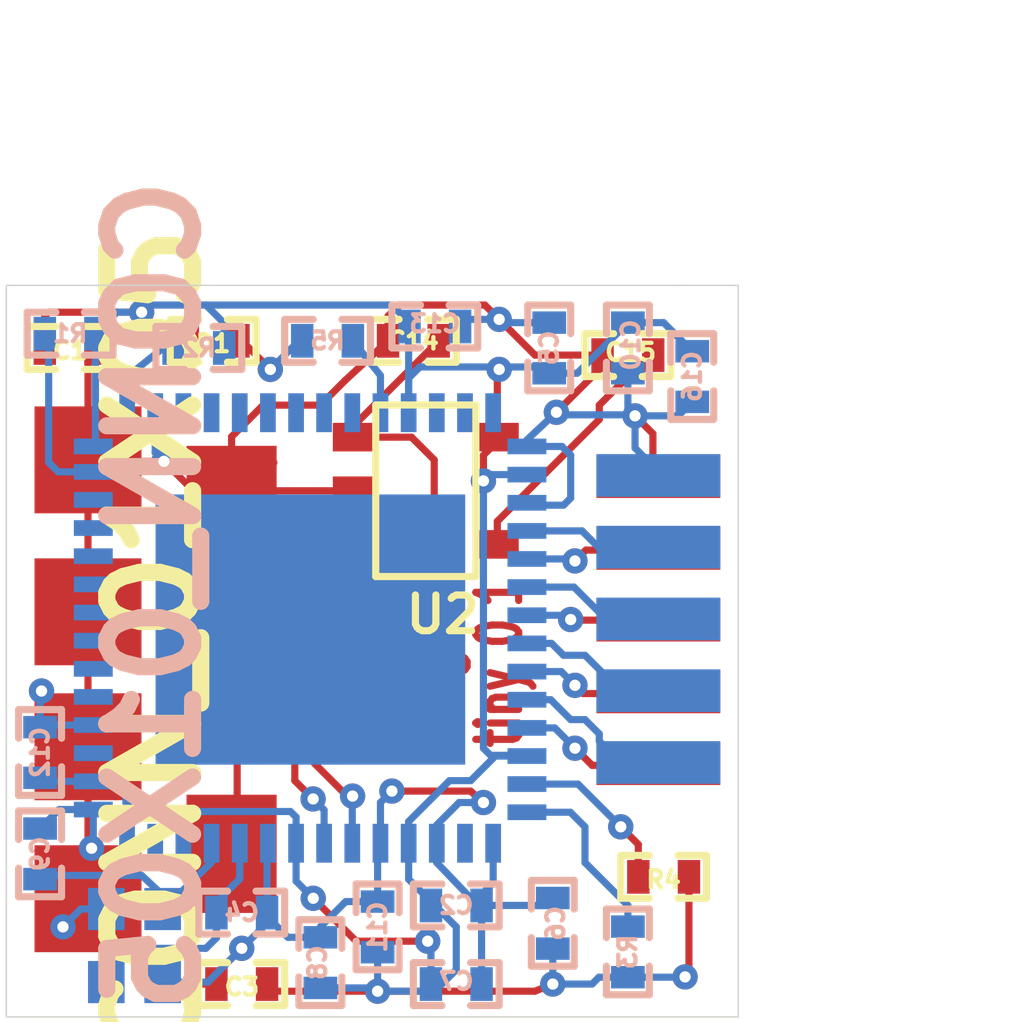
<source format=kicad_pcb>
(kicad_pcb (version 4) (host pcbnew 4.0.6+dfsg1-1)

  (general
    (links 85)
    (no_connects 0)
    (area 50.03038 32.773983 90.07094 61.842831)
    (thickness 0.8)
    (drawings 12)
    (tracks 342)
    (zones 0)
    (modules 28)
    (nets 23)
  )

  (page User 152.4 101.6)
  (title_block
    (date 2017-09-07)
  )

  (layers
    (0 Front signal)
    (31 Back signal)
    (34 B.Paste user hide)
    (35 F.Paste user hide)
    (38 B.Mask user hide)
    (39 F.Mask user hide)
    (40 Dwgs.User user)
    (44 Edge.Cuts user)
  )

  (setup
    (last_trace_width 0.127)
    (trace_clearance 0.1524)
    (zone_clearance 0.508)
    (zone_45_only no)
    (trace_min 0.127)
    (segment_width 0.381)
    (edge_width 0.381)
    (via_size 0.44958)
    (via_drill 0.20066)
    (via_min_size 0.44958)
    (via_min_drill 0.20066)
    (uvia_size 0.508)
    (uvia_drill 0.127)
    (uvias_allowed no)
    (uvia_min_size 0.508)
    (uvia_min_drill 0.127)
    (pcb_text_width 0.3048)
    (pcb_text_size 1.524 2.032)
    (mod_edge_width 0.381)
    (mod_text_size 1.524 1.524)
    (mod_text_width 0.3048)
    (pad_size 1.89992 1.89992)
    (pad_drill 0)
    (pad_to_mask_clearance 0.0508)
    (aux_axis_origin 0 0)
    (visible_elements FFFFFF19)
    (pcbplotparams
      (layerselection 0x010cc_80000001)
      (usegerberextensions true)
      (usegerberattributes true)
      (excludeedgelayer true)
      (linewidth 0.150000)
      (plotframeref false)
      (viasonmask false)
      (mode 1)
      (useauxorigin false)
      (hpglpennumber 1)
      (hpglpenspeed 20)
      (hpglpendiameter 15)
      (hpglpenoverlay 0)
      (psnegative false)
      (psa4output false)
      (plotreference false)
      (plotvalue false)
      (plotinvisibletext false)
      (padsonsilk false)
      (subtractmaskfromsilk false)
      (outputformat 1)
      (mirror false)
      (drillshape 0)
      (scaleselection 1)
      (outputdirectory ""))
  )

  (net 0 "")
  (net 1 +5V)
  (net 2 /DM)
  (net 3 /DP)
  (net 4 /PA0)
  (net 5 /PB0)
  (net 6 /PB1)
  (net 7 /PB2)
  (net 8 /PB3)
  (net 9 /PB4)
  (net 10 /PB5)
  (net 11 /PB6)
  (net 12 /PB7)
  (net 13 /RESET#)
  (net 14 /SCL)
  (net 15 /SDA)
  (net 16 /WAKEUP)
  (net 17 /XTALIN)
  (net 18 /XTALOUT)
  (net 19 GND)
  (net 20 +3V3)
  (net 21 "Net-(C15-Pad1)")
  (net 22 "Net-(D1-Pad1)")

  (net_class Default "This is the default net class."
    (clearance 0.1524)
    (trace_width 0.127)
    (via_dia 0.44958)
    (via_drill 0.20066)
    (uvia_dia 0.508)
    (uvia_drill 0.127)
    (add_net +3V3)
    (add_net +5V)
    (add_net /DM)
    (add_net /DP)
    (add_net /PA0)
    (add_net /PB0)
    (add_net /PB1)
    (add_net /PB2)
    (add_net /PB3)
    (add_net /PB4)
    (add_net /PB5)
    (add_net /PB6)
    (add_net /PB7)
    (add_net /RESET#)
    (add_net /SCL)
    (add_net /SDA)
    (add_net /WAKEUP)
    (add_net /XTALIN)
    (add_net /XTALOUT)
    (add_net GND)
    (add_net "Net-(C15-Pad1)")
    (add_net "Net-(D1-Pad1)")
  )

  (module SM0402 (layer Front) (tedit 4FCE909E) (tstamp 4FCBF572)
    (at 74.93 38.735 180)
    (path /4FCAA85F)
    (attr smd)
    (fp_text reference C14 (at 0 0 180) (layer F.SilkS)
      (effects (font (size 0.3048 0.3048) (thickness 0.0762)))
    )
    (fp_text value 1uF (at 0 -0.635 180) (layer F.SilkS) hide
      (effects (font (size 0.3048 0.3048) (thickness 0.0762)))
    )
    (fp_line (start -0.254 -0.381) (end -0.762 -0.381) (layer F.SilkS) (width 0.127))
    (fp_line (start -0.762 -0.381) (end -0.762 0.381) (layer F.SilkS) (width 0.127))
    (fp_line (start -0.762 0.381) (end -0.254 0.381) (layer F.SilkS) (width 0.127))
    (fp_line (start 0.254 -0.381) (end 0.762 -0.381) (layer F.SilkS) (width 0.127))
    (fp_line (start 0.762 -0.381) (end 0.762 0.381) (layer F.SilkS) (width 0.127))
    (fp_line (start 0.762 0.381) (end 0.254 0.381) (layer F.SilkS) (width 0.127))
    (pad 1 smd rect (at -0.44958 0 180) (size 0.39878 0.59944) (layers Front F.Paste F.Mask)
      (net 1 +5V))
    (pad 2 smd rect (at 0.44958 0 180) (size 0.39878 0.59944) (layers Front F.Paste F.Mask)
      (net 19 GND))
    (model smd\chip_cms.wrl
      (at (xyz 0 0 0.002))
      (scale (xyz 0.05 0.05 0.05))
      (rotate (xyz 0 0 0))
    )
  )

  (module SM0402 (layer Back) (tedit 4FCE9854) (tstamp 4FCBF566)
    (at 77.343 38.862 90)
    (path /4FCA9777)
    (attr smd)
    (fp_text reference C5 (at 0 0 90) (layer B.SilkS)
      (effects (font (size 0.3048 0.3048) (thickness 0.0762)) (justify mirror))
    )
    (fp_text value 100nF (at 0 0.635 90) (layer B.SilkS) hide
      (effects (font (size 0.3048 0.3048) (thickness 0.0762)) (justify mirror))
    )
    (fp_line (start -0.254 0.381) (end -0.762 0.381) (layer B.SilkS) (width 0.127))
    (fp_line (start -0.762 0.381) (end -0.762 -0.381) (layer B.SilkS) (width 0.127))
    (fp_line (start -0.762 -0.381) (end -0.254 -0.381) (layer B.SilkS) (width 0.127))
    (fp_line (start 0.254 0.381) (end 0.762 0.381) (layer B.SilkS) (width 0.127))
    (fp_line (start 0.762 0.381) (end 0.762 -0.381) (layer B.SilkS) (width 0.127))
    (fp_line (start 0.762 -0.381) (end 0.254 -0.381) (layer B.SilkS) (width 0.127))
    (pad 1 smd rect (at -0.44958 0 90) (size 0.39878 0.59944) (layers Back B.Paste B.Mask)
      (net 20 +3V3))
    (pad 2 smd rect (at 0.44958 0 90) (size 0.39878 0.59944) (layers Back B.Paste B.Mask)
      (net 19 GND))
    (model smd\chip_cms.wrl
      (at (xyz 0 0 0.002))
      (scale (xyz 0.05 0.05 0.05))
      (rotate (xyz 0 0 0))
    )
  )

  (module SM0402 (layer Front) (tedit 4FCE9564) (tstamp 4FCBF574)
    (at 71.374 38.735 180)
    (path /4FCAAEBC)
    (attr smd)
    (fp_text reference D1 (at 0 -0.04826 180) (layer F.SilkS)
      (effects (font (size 0.3048 0.3048) (thickness 0.0762)))
    )
    (fp_text value LED1 (at 0 -0.635 180) (layer F.SilkS) hide
      (effects (font (size 0.3048 0.3048) (thickness 0.0762)))
    )
    (fp_line (start -0.254 -0.381) (end -0.762 -0.381) (layer F.SilkS) (width 0.127))
    (fp_line (start -0.762 -0.381) (end -0.762 0.381) (layer F.SilkS) (width 0.127))
    (fp_line (start -0.762 0.381) (end -0.254 0.381) (layer F.SilkS) (width 0.127))
    (fp_line (start 0.254 -0.381) (end 0.762 -0.381) (layer F.SilkS) (width 0.127))
    (fp_line (start 0.762 -0.381) (end 0.762 0.381) (layer F.SilkS) (width 0.127))
    (fp_line (start 0.762 0.381) (end 0.254 0.381) (layer F.SilkS) (width 0.127))
    (pad 1 smd rect (at -0.44958 0 180) (size 0.39878 0.59944) (layers Front F.Paste F.Mask)
      (net 22 "Net-(D1-Pad1)"))
    (pad 2 smd rect (at 0.44958 0 180) (size 0.39878 0.59944) (layers Front F.Paste F.Mask)
      (net 19 GND))
    (model smd\chip_cms.wrl
      (at (xyz 0 0 0.002))
      (scale (xyz 0.05 0.05 0.05))
      (rotate (xyz 0 0 0))
    )
  )

  (module SOT23-5 (layer Front) (tedit 4FCE8523) (tstamp 4FCBF54B)
    (at 75.15098 41.39946 270)
    (path /4FCAA78E)
    (attr smd)
    (fp_text reference U2 (at 2.19964 -0.29972 360) (layer F.SilkS)
      (effects (font (size 0.635 0.635) (thickness 0.127)))
    )
    (fp_text value MIC5319 (at 18.2499 23.25116 270) (layer F.SilkS) hide
      (effects (font (size 0.635 0.635) (thickness 0.127)))
    )
    (fp_line (start 1.524 -0.889) (end 1.524 0.889) (layer F.SilkS) (width 0.127))
    (fp_line (start 1.524 0.889) (end -1.524 0.889) (layer F.SilkS) (width 0.127))
    (fp_line (start -1.524 0.889) (end -1.524 -0.889) (layer F.SilkS) (width 0.127))
    (fp_line (start -1.524 -0.889) (end 1.524 -0.889) (layer F.SilkS) (width 0.127))
    (pad 1 smd rect (at -0.9525 1.27 270) (size 0.508 0.762) (layers Front F.Paste F.Mask)
      (net 1 +5V))
    (pad 3 smd rect (at 0.9525 1.27 270) (size 0.508 0.762) (layers Front F.Paste F.Mask)
      (net 1 +5V))
    (pad 5 smd rect (at -0.9525 -1.27 270) (size 0.508 0.762) (layers Front F.Paste F.Mask)
      (net 20 +3V3))
    (pad 2 smd rect (at 0 1.27 270) (size 0.508 0.762) (layers Front F.Paste F.Mask)
      (net 19 GND))
    (pad 4 smd rect (at 0.9525 -1.27 270) (size 0.508 0.762) (layers Front F.Paste F.Mask)
      (net 21 "Net-(C15-Pad1)"))
    (model smd/SOT23_5.wrl
      (at (xyz 0 0 0))
      (scale (xyz 0.1 0.1 0.1))
      (rotate (xyz 0 0 0))
    )
  )

  (module QFN56 (layer Back) (tedit 4FCBF74A) (tstamp 4FCE8310)
    (at 73.1012 43.8658 270)
    (path /4FC8F245)
    (fp_text reference IC1 (at 0 -0.50038 270) (layer B.SilkS) hide
      (effects (font (thickness 0.3048)) (justify mirror))
    )
    (fp_text value CY7C68013A-56 (at 0.59944 21.69922 270) (layer B.SilkS) hide
      (effects (font (thickness 0.3048)) (justify mirror))
    )
    (pad "" smd rect (at 0 0 270) (size 4.8006 5.4991) (layers Back B.Paste B.Mask)
      (clearance 0.01016))
    (pad 28 smd rect (at -3.25374 -3.84556 270) (size 0.2794 0.69088) (layers Back B.Paste B.Mask)
      (net 19 GND) (clearance 0.09906))
    (pad 27 smd rect (at -2.75336 -3.84556 270) (size 0.2794 0.69088) (layers Back B.Paste B.Mask)
      (net 20 +3V3) (clearance 0.09906))
    (pad 26 smd rect (at -2.25298 -3.84556 270) (size 0.2794 0.69088) (layers Back B.Paste B.Mask)
      (net 19 GND) (clearance 0.09906))
    (pad 25 smd rect (at -1.7526 -3.84556 270) (size 0.2794 0.69088) (layers Back B.Paste B.Mask)
      (net 12 /PB7) (clearance 0.09906))
    (pad 24 smd rect (at -1.25476 -3.84556 270) (size 0.2794 0.69088) (layers Back B.Paste B.Mask)
      (net 11 /PB6) (clearance 0.09906))
    (pad 23 smd rect (at -0.75438 -3.84556 270) (size 0.2794 0.69088) (layers Back B.Paste B.Mask)
      (net 10 /PB5) (clearance 0.09906))
    (pad 22 smd rect (at -0.254 -3.84556 270) (size 0.2794 0.69088) (layers Back B.Paste B.Mask)
      (net 9 /PB4) (clearance 0.09906))
    (pad 21 smd rect (at 0.24638 -3.84556 270) (size 0.2794 0.69088) (layers Back B.Paste B.Mask)
      (net 8 /PB3) (clearance 0.09906))
    (pad 20 smd rect (at 0.74676 -3.84556 270) (size 0.2794 0.69088) (layers Back B.Paste B.Mask)
      (net 7 /PB2) (clearance 0.09906))
    (pad 19 smd rect (at 1.24714 -3.84556 270) (size 0.2794 0.69088) (layers Back B.Paste B.Mask)
      (net 6 /PB1) (clearance 0.09906))
    (pad 18 smd rect (at 1.74752 -3.84556 270) (size 0.2794 0.69088) (layers Back B.Paste B.Mask)
      (net 5 /PB0) (clearance 0.09906))
    (pad 17 smd rect (at 2.2479 -3.84556 270) (size 0.2794 0.69088) (layers Back B.Paste B.Mask)
      (net 20 +3V3) (clearance 0.09906))
    (pad 16 smd rect (at 2.74574 -3.84556 270) (size 0.2794 0.69088) (layers Back B.Paste B.Mask)
      (net 15 /SDA) (clearance 0.09906))
    (pad 15 smd rect (at 3.24612 -3.84556 270) (size 0.2794 0.69088) (layers Back B.Paste B.Mask)
      (net 14 /SCL) (clearance 0.09906))
    (pad 29 smd rect (at -3.85318 -3.24612 270) (size 0.69088 0.2794) (layers Back B.Paste B.Mask)
      (clearance 0.09906))
    (pad 30 smd rect (at -3.85318 -2.74574 270) (size 0.69088 0.2794) (layers Back B.Paste B.Mask)
      (clearance 0.09906))
    (pad 31 smd rect (at -3.85318 -2.24536 270) (size 0.69088 0.2794) (layers Back B.Paste B.Mask)
      (clearance 0.09906))
    (pad 32 smd rect (at -3.85318 -1.74498 270) (size 0.69088 0.2794) (layers Back B.Paste B.Mask)
      (net 20 +3V3) (clearance 0.09906))
    (pad 33 smd rect (at -3.85318 -1.2446 270) (size 0.69088 0.2794) (layers Back B.Paste B.Mask)
      (net 4 /PA0) (clearance 0.09906))
    (pad 34 smd rect (at -3.85318 -0.74422 270) (size 0.69088 0.2794) (layers Back B.Paste B.Mask)
      (clearance 0.09906))
    (pad 35 smd rect (at -3.85318 -0.24384 270) (size 0.69088 0.2794) (layers Back B.Paste B.Mask)
      (clearance 0.09906))
    (pad 36 smd rect (at -3.85318 0.254 270) (size 0.69088 0.2794) (layers Back B.Paste B.Mask)
      (clearance 0.09906))
    (pad 37 smd rect (at -3.85318 0.75438 270) (size 0.69088 0.2794) (layers Back B.Paste B.Mask)
      (clearance 0.09906))
    (pad 38 smd rect (at -3.85318 1.25476 270) (size 0.69088 0.2794) (layers Back B.Paste B.Mask)
      (clearance 0.09906))
    (pad 39 smd rect (at -3.85318 1.75514 270) (size 0.69088 0.2794) (layers Back B.Paste B.Mask)
      (clearance 0.09906))
    (pad 40 smd rect (at -3.85318 2.25552 270) (size 0.69088 0.2794) (layers Back B.Paste B.Mask)
      (clearance 0.09906))
    (pad 41 smd rect (at -3.85318 2.7559 270) (size 0.69088 0.2794) (layers Back B.Paste B.Mask)
      (net 19 GND) (clearance 0.09906))
    (pad 42 smd rect (at -3.85318 3.25374 270) (size 0.69088 0.2794) (layers Back B.Paste B.Mask)
      (net 13 /RESET#) (clearance 0.09906))
    (pad 43 smd rect (at -3.25374 3.85572 270) (size 0.2794 0.69088) (layers Back B.Paste B.Mask)
      (net 20 +3V3) (clearance 0.09906))
    (pad 44 smd rect (at -2.80162 3.85572 270) (size 0.2794 0.69088) (layers Back B.Paste B.Mask)
      (net 16 /WAKEUP) (clearance 0.09906))
    (pad 45 smd rect (at -2.30378 3.85572 270) (size 0.2794 0.69088) (layers Back B.Paste B.Mask)
      (clearance 0.09906))
    (pad 46 smd rect (at -1.8034 3.85572 270) (size 0.2794 0.69088) (layers Back B.Paste B.Mask)
      (clearance 0.09906))
    (pad 47 smd rect (at -1.30302 3.85572 270) (size 0.2794 0.69088) (layers Back B.Paste B.Mask)
      (clearance 0.09906))
    (pad 48 smd rect (at -0.80264 3.85572 270) (size 0.2794 0.69088) (layers Back B.Paste B.Mask)
      (clearance 0.09906))
    (pad 49 smd rect (at -0.30226 3.85572 270) (size 0.2794 0.69088) (layers Back B.Paste B.Mask)
      (clearance 0.09906))
    (pad 50 smd rect (at 0.19812 3.85572 270) (size 0.2794 0.69088) (layers Back B.Paste B.Mask)
      (clearance 0.09906))
    (pad 51 smd rect (at 0.6985 3.85572 270) (size 0.2794 0.69088) (layers Back B.Paste B.Mask)
      (clearance 0.09906))
    (pad 52 smd rect (at 1.19634 3.85572 270) (size 0.2794 0.69088) (layers Back B.Paste B.Mask)
      (clearance 0.09906))
    (pad 53 smd rect (at 1.69672 3.85572 270) (size 0.2794 0.69088) (layers Back B.Paste B.Mask)
      (net 19 GND) (clearance 0.09906))
    (pad 54 smd rect (at 2.1971 3.85572 270) (size 0.2794 0.69088) (layers Back B.Paste B.Mask)
      (clearance 0.09906))
    (pad 55 smd rect (at 2.69748 3.85572 270) (size 0.2794 0.69088) (layers Back B.Paste B.Mask)
      (net 20 +3V3) (clearance 0.09906))
    (pad 56 smd rect (at 3.19786 3.85572 270) (size 0.2794 0.69088) (layers Back B.Paste B.Mask)
      (net 19 GND) (clearance 0.09906))
    (pad 1 smd rect (at 3.7973 3.25628 270) (size 0.69088 0.2794) (layers Back B.Paste B.Mask)
      (clearance 0.09906))
    (pad 2 smd rect (at 3.7973 2.7559 270) (size 0.69088 0.2794) (layers Back B.Paste B.Mask)
      (clearance 0.09906))
    (pad 3 smd rect (at 3.7973 2.25552 270) (size 0.69088 0.2794) (layers Back B.Paste B.Mask)
      (net 20 +3V3) (clearance 0.09906))
    (pad 4 smd rect (at 3.7973 1.75514 270) (size 0.69088 0.2794) (layers Back B.Paste B.Mask)
      (net 18 /XTALOUT) (clearance 0.09906))
    (pad 5 smd rect (at 3.7973 1.25476 270) (size 0.69088 0.2794) (layers Back B.Paste B.Mask)
      (net 17 /XTALIN) (clearance 0.09906))
    (pad 6 smd rect (at 3.7973 0.75438 270) (size 0.69088 0.2794) (layers Back B.Paste B.Mask)
      (net 19 GND) (clearance 0.09906))
    (pad 7 smd rect (at 3.7973 0.254 270) (size 0.69088 0.2794) (layers Back B.Paste B.Mask)
      (net 20 +3V3) (clearance 0.09906))
    (pad 8 smd rect (at 3.7973 -0.24384 270) (size 0.69088 0.2794) (layers Back B.Paste B.Mask)
      (net 3 /DP) (clearance 0.09906))
    (pad 9 smd rect (at 3.7973 -0.74422 270) (size 0.69088 0.2794) (layers Back B.Paste B.Mask)
      (net 2 /DM) (clearance 0.09906))
    (pad 10 smd rect (at 3.7973 -1.2446 270) (size 0.69088 0.2794) (layers Back B.Paste B.Mask)
      (net 19 GND) (clearance 0.09906))
    (pad 11 smd rect (at 3.7973 -1.74498 270) (size 0.69088 0.2794) (layers Back B.Paste B.Mask)
      (net 20 +3V3) (clearance 0.09906))
    (pad 12 smd rect (at 3.7973 -2.24536 270) (size 0.69088 0.2794) (layers Back B.Paste B.Mask)
      (net 19 GND) (clearance 0.09906))
    (pad 13 smd rect (at 3.7973 -2.74574 270) (size 0.69088 0.2794) (layers Back B.Paste B.Mask)
      (clearance 0.09906))
    (pad 14 smd rect (at 3.7973 -3.24612 270) (size 0.69088 0.2794) (layers Back B.Paste B.Mask)
      (net 19 GND) (clearance 0.09906))
  )

  (module SM0402 (layer Back) (tedit 4FCE9096) (tstamp 4FCBF580)
    (at 79.883 39.37 270)
    (path /4FCAA863)
    (attr smd)
    (fp_text reference C16 (at 0 0 270) (layer B.SilkS)
      (effects (font (size 0.3048 0.3048) (thickness 0.0762)) (justify mirror))
    )
    (fp_text value 2.2uF (at 0 0.635 270) (layer B.SilkS) hide
      (effects (font (size 0.3048 0.3048) (thickness 0.0762)) (justify mirror))
    )
    (fp_line (start -0.254 0.381) (end -0.762 0.381) (layer B.SilkS) (width 0.127))
    (fp_line (start -0.762 0.381) (end -0.762 -0.381) (layer B.SilkS) (width 0.127))
    (fp_line (start -0.762 -0.381) (end -0.254 -0.381) (layer B.SilkS) (width 0.127))
    (fp_line (start 0.254 0.381) (end 0.762 0.381) (layer B.SilkS) (width 0.127))
    (fp_line (start 0.762 0.381) (end 0.762 -0.381) (layer B.SilkS) (width 0.127))
    (fp_line (start 0.762 -0.381) (end 0.254 -0.381) (layer B.SilkS) (width 0.127))
    (pad 1 smd rect (at -0.44958 0 270) (size 0.39878 0.59944) (layers Back B.Paste B.Mask)
      (net 20 +3V3))
    (pad 2 smd rect (at 0.44958 0 270) (size 0.39878 0.59944) (layers Back B.Paste B.Mask)
      (net 19 GND))
    (model smd\chip_cms.wrl
      (at (xyz 0 0 0.002))
      (scale (xyz 0.05 0.05 0.05))
      (rotate (xyz 0 0 0))
    )
  )

  (module SM0402 (layer Front) (tedit 4FCE90A1) (tstamp 4FCBF570)
    (at 78.74 38.989 180)
    (path /4FCAA86B)
    (attr smd)
    (fp_text reference C15 (at -0.04826 0.0508 180) (layer F.SilkS)
      (effects (font (size 0.3048 0.3048) (thickness 0.0762)))
    )
    (fp_text value 100nF (at 0 -0.635 180) (layer F.SilkS) hide
      (effects (font (size 0.3048 0.3048) (thickness 0.0762)))
    )
    (fp_line (start -0.254 -0.381) (end -0.762 -0.381) (layer F.SilkS) (width 0.127))
    (fp_line (start -0.762 -0.381) (end -0.762 0.381) (layer F.SilkS) (width 0.127))
    (fp_line (start -0.762 0.381) (end -0.254 0.381) (layer F.SilkS) (width 0.127))
    (fp_line (start 0.254 -0.381) (end 0.762 -0.381) (layer F.SilkS) (width 0.127))
    (fp_line (start 0.762 -0.381) (end 0.762 0.381) (layer F.SilkS) (width 0.127))
    (fp_line (start 0.762 0.381) (end 0.254 0.381) (layer F.SilkS) (width 0.127))
    (pad 1 smd rect (at -0.44958 0 180) (size 0.39878 0.59944) (layers Front F.Paste F.Mask)
      (net 21 "Net-(C15-Pad1)"))
    (pad 2 smd rect (at 0.44958 0 180) (size 0.39878 0.59944) (layers Front F.Paste F.Mask)
      (net 19 GND))
    (model smd\chip_cms.wrl
      (at (xyz 0 0 0.002))
      (scale (xyz 0.05 0.05 0.05))
      (rotate (xyz 0 0 0))
    )
  )

  (module SM0402 (layer Back) (tedit 4FCE909B) (tstamp 4FCBF56E)
    (at 75.311 38.481)
    (path /4FCA97A0)
    (attr smd)
    (fp_text reference C13 (at 0 -0.0508) (layer B.SilkS)
      (effects (font (size 0.3048 0.3048) (thickness 0.0762)) (justify mirror))
    )
    (fp_text value 100nF (at 0 0.635) (layer B.SilkS) hide
      (effects (font (size 0.3048 0.3048) (thickness 0.0762)) (justify mirror))
    )
    (fp_line (start -0.254 0.381) (end -0.762 0.381) (layer B.SilkS) (width 0.127))
    (fp_line (start -0.762 0.381) (end -0.762 -0.381) (layer B.SilkS) (width 0.127))
    (fp_line (start -0.762 -0.381) (end -0.254 -0.381) (layer B.SilkS) (width 0.127))
    (fp_line (start 0.254 0.381) (end 0.762 0.381) (layer B.SilkS) (width 0.127))
    (fp_line (start 0.762 0.381) (end 0.762 -0.381) (layer B.SilkS) (width 0.127))
    (fp_line (start 0.762 -0.381) (end 0.254 -0.381) (layer B.SilkS) (width 0.127))
    (pad 1 smd rect (at -0.44958 0) (size 0.39878 0.59944) (layers Back B.Paste B.Mask)
      (net 20 +3V3))
    (pad 2 smd rect (at 0.44958 0) (size 0.39878 0.59944) (layers Back B.Paste B.Mask)
      (net 19 GND))
    (model smd\chip_cms.wrl
      (at (xyz 0 0 0.002))
      (scale (xyz 0.05 0.05 0.05))
      (rotate (xyz 0 0 0))
    )
  )

  (module SM0402 (layer Back) (tedit 4FCE9094) (tstamp 4FCBF56A)
    (at 71.12 38.862 180)
    (path /4FCAA3E6)
    (attr smd)
    (fp_text reference R2 (at 0 0 180) (layer B.SilkS)
      (effects (font (size 0.3048 0.3048) (thickness 0.0762)) (justify mirror))
    )
    (fp_text value 2K7 (at 0 0.635 180) (layer B.SilkS) hide
      (effects (font (size 0.3048 0.3048) (thickness 0.0762)) (justify mirror))
    )
    (fp_line (start -0.254 0.381) (end -0.762 0.381) (layer B.SilkS) (width 0.127))
    (fp_line (start -0.762 0.381) (end -0.762 -0.381) (layer B.SilkS) (width 0.127))
    (fp_line (start -0.762 -0.381) (end -0.254 -0.381) (layer B.SilkS) (width 0.127))
    (fp_line (start 0.254 0.381) (end 0.762 0.381) (layer B.SilkS) (width 0.127))
    (fp_line (start 0.762 0.381) (end 0.762 -0.381) (layer B.SilkS) (width 0.127))
    (fp_line (start 0.762 -0.381) (end 0.254 -0.381) (layer B.SilkS) (width 0.127))
    (pad 1 smd rect (at -0.44958 0 180) (size 0.39878 0.59944) (layers Back B.Paste B.Mask)
      (net 20 +3V3))
    (pad 2 smd rect (at 0.44958 0 180) (size 0.39878 0.59944) (layers Back B.Paste B.Mask)
      (net 13 /RESET#))
    (model smd\chip_cms.wrl
      (at (xyz 0 0 0.002))
      (scale (xyz 0.05 0.05 0.05))
      (rotate (xyz 0 0 0))
    )
  )

  (module SM0402 (layer Back) (tedit 4FCE90AA) (tstamp 4FCBF54C)
    (at 78.74 38.862 270)
    (path /4FCA9724)
    (attr smd)
    (fp_text reference C10 (at -0.0508 -0.0508 270) (layer B.SilkS)
      (effects (font (size 0.3048 0.3048) (thickness 0.0762)) (justify mirror))
    )
    (fp_text value 100nF (at 0 0.635 270) (layer B.SilkS) hide
      (effects (font (size 0.3048 0.3048) (thickness 0.0762)) (justify mirror))
    )
    (fp_line (start -0.254 0.381) (end -0.762 0.381) (layer B.SilkS) (width 0.127))
    (fp_line (start -0.762 0.381) (end -0.762 -0.381) (layer B.SilkS) (width 0.127))
    (fp_line (start -0.762 -0.381) (end -0.254 -0.381) (layer B.SilkS) (width 0.127))
    (fp_line (start 0.254 0.381) (end 0.762 0.381) (layer B.SilkS) (width 0.127))
    (fp_line (start 0.762 0.381) (end 0.762 -0.381) (layer B.SilkS) (width 0.127))
    (fp_line (start 0.762 -0.381) (end 0.254 -0.381) (layer B.SilkS) (width 0.127))
    (pad 1 smd rect (at -0.44958 0 270) (size 0.39878 0.59944) (layers Back B.Paste B.Mask)
      (net 20 +3V3))
    (pad 2 smd rect (at 0.44958 0 270) (size 0.39878 0.59944) (layers Back B.Paste B.Mask)
      (net 19 GND))
    (model smd\chip_cms.wrl
      (at (xyz 0 0 0.002))
      (scale (xyz 0.05 0.05 0.05))
      (rotate (xyz 0 0 0))
    )
  )

  (module SM0402 (layer Back) (tedit 4FCE9060) (tstamp 4FCE905B)
    (at 75.692 50.165)
    (path /4FCA9793)
    (attr smd)
    (fp_text reference C7 (at 0 -0.0508) (layer B.SilkS)
      (effects (font (size 0.3048 0.3048) (thickness 0.0762)) (justify mirror))
    )
    (fp_text value 100nF (at 0 0.635) (layer B.SilkS) hide
      (effects (font (size 0.3048 0.3048) (thickness 0.0762)) (justify mirror))
    )
    (fp_line (start -0.254 0.381) (end -0.762 0.381) (layer B.SilkS) (width 0.127))
    (fp_line (start -0.762 0.381) (end -0.762 -0.381) (layer B.SilkS) (width 0.127))
    (fp_line (start -0.762 -0.381) (end -0.254 -0.381) (layer B.SilkS) (width 0.127))
    (fp_line (start 0.254 0.381) (end 0.762 0.381) (layer B.SilkS) (width 0.127))
    (fp_line (start 0.762 0.381) (end 0.762 -0.381) (layer B.SilkS) (width 0.127))
    (fp_line (start 0.762 -0.381) (end 0.254 -0.381) (layer B.SilkS) (width 0.127))
    (pad 1 smd rect (at -0.44958 0) (size 0.39878 0.59944) (layers Back B.Paste B.Mask)
      (net 20 +3V3))
    (pad 2 smd rect (at 0.44958 0) (size 0.39878 0.59944) (layers Back B.Paste B.Mask)
      (net 19 GND))
    (model smd\chip_cms.wrl
      (at (xyz 0 0 0.002))
      (scale (xyz 0.05 0.05 0.05))
      (rotate (xyz 0 0 0))
    )
  )

  (module SM0402 (layer Back) (tedit 4FCE9076) (tstamp 4FCBF564)
    (at 75.692 48.768)
    (path /4FCA96AB)
    (attr smd)
    (fp_text reference C2 (at -0.00254 -0.00254) (layer B.SilkS)
      (effects (font (size 0.3048 0.3048) (thickness 0.0762)) (justify mirror))
    )
    (fp_text value 100nF (at 0 0.635) (layer B.SilkS) hide
      (effects (font (size 0.3048 0.3048) (thickness 0.0762)) (justify mirror))
    )
    (fp_line (start -0.254 0.381) (end -0.762 0.381) (layer B.SilkS) (width 0.127))
    (fp_line (start -0.762 0.381) (end -0.762 -0.381) (layer B.SilkS) (width 0.127))
    (fp_line (start -0.762 -0.381) (end -0.254 -0.381) (layer B.SilkS) (width 0.127))
    (fp_line (start 0.254 0.381) (end 0.762 0.381) (layer B.SilkS) (width 0.127))
    (fp_line (start 0.762 0.381) (end 0.762 -0.381) (layer B.SilkS) (width 0.127))
    (fp_line (start 0.762 -0.381) (end 0.254 -0.381) (layer B.SilkS) (width 0.127))
    (pad 1 smd rect (at -0.44958 0) (size 0.39878 0.59944) (layers Back B.Paste B.Mask)
      (net 20 +3V3))
    (pad 2 smd rect (at 0.44958 0) (size 0.39878 0.59944) (layers Back B.Paste B.Mask)
      (net 19 GND))
    (model smd\chip_cms.wrl
      (at (xyz 0 0 0.002))
      (scale (xyz 0.05 0.05 0.05))
      (rotate (xyz 0 0 0))
    )
  )

  (module SM0402 (layer Back) (tedit 4FCE907D) (tstamp 515DB414)
    (at 68.3006 46.0502 90)
    (path /4FCA9799)
    (attr smd)
    (fp_text reference C12 (at 0 0 90) (layer B.SilkS)
      (effects (font (size 0.3048 0.3048) (thickness 0.0762)) (justify mirror))
    )
    (fp_text value 100nF (at 0 0.635 90) (layer B.SilkS) hide
      (effects (font (size 0.3048 0.3048) (thickness 0.0762)) (justify mirror))
    )
    (fp_line (start -0.254 0.381) (end -0.762 0.381) (layer B.SilkS) (width 0.127))
    (fp_line (start -0.762 0.381) (end -0.762 -0.381) (layer B.SilkS) (width 0.127))
    (fp_line (start -0.762 -0.381) (end -0.254 -0.381) (layer B.SilkS) (width 0.127))
    (fp_line (start 0.254 0.381) (end 0.762 0.381) (layer B.SilkS) (width 0.127))
    (fp_line (start 0.762 0.381) (end 0.762 -0.381) (layer B.SilkS) (width 0.127))
    (fp_line (start 0.762 -0.381) (end 0.254 -0.381) (layer B.SilkS) (width 0.127))
    (pad 1 smd rect (at -0.44958 0 90) (size 0.39878 0.59944) (layers Back B.Paste B.Mask)
      (net 20 +3V3))
    (pad 2 smd rect (at 0.44958 0 90) (size 0.39878 0.59944) (layers Back B.Paste B.Mask)
      (net 19 GND))
    (model smd\chip_cms.wrl
      (at (xyz 0 0 0.002))
      (scale (xyz 0.05 0.05 0.05))
      (rotate (xyz 0 0 0))
    )
  )

  (module SM0402 (layer Back) (tedit 4FCE9086) (tstamp 4FCBF560)
    (at 74.295 49.149 90)
    (path /4FCA9C86)
    (attr smd)
    (fp_text reference C11 (at -0.00254 0 90) (layer B.SilkS)
      (effects (font (size 0.3048 0.3048) (thickness 0.0762)) (justify mirror))
    )
    (fp_text value 100nF (at 0 0.635 90) (layer B.SilkS) hide
      (effects (font (size 0.3048 0.3048) (thickness 0.0762)) (justify mirror))
    )
    (fp_line (start -0.254 0.381) (end -0.762 0.381) (layer B.SilkS) (width 0.127))
    (fp_line (start -0.762 0.381) (end -0.762 -0.381) (layer B.SilkS) (width 0.127))
    (fp_line (start -0.762 -0.381) (end -0.254 -0.381) (layer B.SilkS) (width 0.127))
    (fp_line (start 0.254 0.381) (end 0.762 0.381) (layer B.SilkS) (width 0.127))
    (fp_line (start 0.762 0.381) (end 0.762 -0.381) (layer B.SilkS) (width 0.127))
    (fp_line (start 0.762 -0.381) (end 0.254 -0.381) (layer B.SilkS) (width 0.127))
    (pad 1 smd rect (at -0.44958 0 90) (size 0.39878 0.59944) (layers Back B.Paste B.Mask)
      (net 20 +3V3))
    (pad 2 smd rect (at 0.44958 0 90) (size 0.39878 0.59944) (layers Back B.Paste B.Mask)
      (net 19 GND))
    (model smd\chip_cms.wrl
      (at (xyz 0 0 0.002))
      (scale (xyz 0.05 0.05 0.05))
      (rotate (xyz 0 0 0))
    )
  )

  (module SM0402 (layer Back) (tedit 4FCE90AC) (tstamp 4FCBF55E)
    (at 77.4065 49.0855 90)
    (path /4FCA9C79)
    (attr smd)
    (fp_text reference C6 (at 0 0.0508 90) (layer B.SilkS)
      (effects (font (size 0.3048 0.3048) (thickness 0.0762)) (justify mirror))
    )
    (fp_text value 2.2uF (at 0 0.635 90) (layer B.SilkS) hide
      (effects (font (size 0.3048 0.3048) (thickness 0.0762)) (justify mirror))
    )
    (fp_line (start -0.254 0.381) (end -0.762 0.381) (layer B.SilkS) (width 0.127))
    (fp_line (start -0.762 0.381) (end -0.762 -0.381) (layer B.SilkS) (width 0.127))
    (fp_line (start -0.762 -0.381) (end -0.254 -0.381) (layer B.SilkS) (width 0.127))
    (fp_line (start 0.254 0.381) (end 0.762 0.381) (layer B.SilkS) (width 0.127))
    (fp_line (start 0.762 0.381) (end 0.762 -0.381) (layer B.SilkS) (width 0.127))
    (fp_line (start 0.762 -0.381) (end 0.254 -0.381) (layer B.SilkS) (width 0.127))
    (pad 1 smd rect (at -0.44958 0 90) (size 0.39878 0.59944) (layers Back B.Paste B.Mask)
      (net 20 +3V3))
    (pad 2 smd rect (at 0.44958 0 90) (size 0.39878 0.59944) (layers Back B.Paste B.Mask)
      (net 19 GND))
    (model smd\chip_cms.wrl
      (at (xyz 0 0 0.002))
      (scale (xyz 0.05 0.05 0.05))
      (rotate (xyz 0 0 0))
    )
  )

  (module SM0402 (layer Back) (tedit 4FCE908E) (tstamp 4FCBF55C)
    (at 71.882 48.895)
    (path /4FC8F6F8)
    (attr smd)
    (fp_text reference C4 (at 0 0) (layer B.SilkS)
      (effects (font (size 0.3048 0.3048) (thickness 0.0762)) (justify mirror))
    )
    (fp_text value 12pF (at 0 0.635) (layer B.SilkS) hide
      (effects (font (size 0.3048 0.3048) (thickness 0.0762)) (justify mirror))
    )
    (fp_line (start -0.254 0.381) (end -0.762 0.381) (layer B.SilkS) (width 0.127))
    (fp_line (start -0.762 0.381) (end -0.762 -0.381) (layer B.SilkS) (width 0.127))
    (fp_line (start -0.762 -0.381) (end -0.254 -0.381) (layer B.SilkS) (width 0.127))
    (fp_line (start 0.254 0.381) (end 0.762 0.381) (layer B.SilkS) (width 0.127))
    (fp_line (start 0.762 0.381) (end 0.762 -0.381) (layer B.SilkS) (width 0.127))
    (fp_line (start 0.762 -0.381) (end 0.254 -0.381) (layer B.SilkS) (width 0.127))
    (pad 1 smd rect (at -0.44958 0) (size 0.39878 0.59944) (layers Back B.Paste B.Mask)
      (net 17 /XTALIN))
    (pad 2 smd rect (at 0.44958 0) (size 0.39878 0.59944) (layers Back B.Paste B.Mask)
      (net 19 GND))
    (model smd\chip_cms.wrl
      (at (xyz 0 0 0.002))
      (scale (xyz 0.05 0.05 0.05))
      (rotate (xyz 0 0 0))
    )
  )

  (module SM0402 (layer Back) (tedit 4FCE90AE) (tstamp 4FCBF55A)
    (at 68.3006 47.85106 90)
    (path /4FC8F6F5)
    (attr smd)
    (fp_text reference C9 (at 0 0 90) (layer B.SilkS)
      (effects (font (size 0.3048 0.3048) (thickness 0.0762)) (justify mirror))
    )
    (fp_text value 12pF (at 0 0.635 90) (layer B.SilkS) hide
      (effects (font (size 0.3048 0.3048) (thickness 0.0762)) (justify mirror))
    )
    (fp_line (start -0.254 0.381) (end -0.762 0.381) (layer B.SilkS) (width 0.127))
    (fp_line (start -0.762 0.381) (end -0.762 -0.381) (layer B.SilkS) (width 0.127))
    (fp_line (start -0.762 -0.381) (end -0.254 -0.381) (layer B.SilkS) (width 0.127))
    (fp_line (start 0.254 0.381) (end 0.762 0.381) (layer B.SilkS) (width 0.127))
    (fp_line (start 0.762 0.381) (end 0.762 -0.381) (layer B.SilkS) (width 0.127))
    (fp_line (start 0.762 -0.381) (end 0.254 -0.381) (layer B.SilkS) (width 0.127))
    (pad 1 smd rect (at -0.44958 0 90) (size 0.39878 0.59944) (layers Back B.Paste B.Mask)
      (net 18 /XTALOUT))
    (pad 2 smd rect (at 0.44958 0 90) (size 0.39878 0.59944) (layers Back B.Paste B.Mask)
      (net 19 GND))
    (model smd\chip_cms.wrl
      (at (xyz 0 0 0.002))
      (scale (xyz 0.05 0.05 0.05))
      (rotate (xyz 0 0 0))
    )
  )

  (module SM0402 (layer Front) (tedit 4FCE9081) (tstamp 4FCE9F16)
    (at 68.834 38.862)
    (path /4FCBEB98)
    (attr smd)
    (fp_text reference C1 (at 0 0.04826) (layer F.SilkS)
      (effects (font (size 0.3048 0.3048) (thickness 0.0762)))
    )
    (fp_text value 1uF (at 0 -0.635) (layer F.SilkS) hide
      (effects (font (size 0.3048 0.3048) (thickness 0.0762)))
    )
    (fp_line (start -0.254 -0.381) (end -0.762 -0.381) (layer F.SilkS) (width 0.127))
    (fp_line (start -0.762 -0.381) (end -0.762 0.381) (layer F.SilkS) (width 0.127))
    (fp_line (start -0.762 0.381) (end -0.254 0.381) (layer F.SilkS) (width 0.127))
    (fp_line (start 0.254 -0.381) (end 0.762 -0.381) (layer F.SilkS) (width 0.127))
    (fp_line (start 0.762 -0.381) (end 0.762 0.381) (layer F.SilkS) (width 0.127))
    (fp_line (start 0.762 0.381) (end 0.254 0.381) (layer F.SilkS) (width 0.127))
    (pad 1 smd rect (at -0.44958 0) (size 0.39878 0.59944) (layers Front F.Paste F.Mask)
      (net 20 +3V3))
    (pad 2 smd rect (at 0.44958 0) (size 0.39878 0.59944) (layers Front F.Paste F.Mask)
      (net 19 GND))
    (model smd\chip_cms.wrl
      (at (xyz 0 0 0.002))
      (scale (xyz 0.05 0.05 0.05))
      (rotate (xyz 0 0 0))
    )
  )

  (module SM0402 (layer Back) (tedit 4FCE9556) (tstamp 4FCBF556)
    (at 68.834 38.608 180)
    (path /4FCA95B2)
    (attr smd)
    (fp_text reference R1 (at 0 0 180) (layer B.SilkS)
      (effects (font (size 0.3048 0.3048) (thickness 0.0762)) (justify mirror))
    )
    (fp_text value 100K (at 0 0.635 180) (layer B.SilkS) hide
      (effects (font (size 0.3048 0.3048) (thickness 0.0762)) (justify mirror))
    )
    (fp_line (start -0.254 0.381) (end -0.762 0.381) (layer B.SilkS) (width 0.127))
    (fp_line (start -0.762 0.381) (end -0.762 -0.381) (layer B.SilkS) (width 0.127))
    (fp_line (start -0.762 -0.381) (end -0.254 -0.381) (layer B.SilkS) (width 0.127))
    (fp_line (start 0.254 0.381) (end 0.762 0.381) (layer B.SilkS) (width 0.127))
    (fp_line (start 0.762 0.381) (end 0.762 -0.381) (layer B.SilkS) (width 0.127))
    (fp_line (start 0.762 -0.381) (end 0.254 -0.381) (layer B.SilkS) (width 0.127))
    (pad 1 smd rect (at -0.44958 0 180) (size 0.39878 0.59944) (layers Back B.Paste B.Mask)
      (net 20 +3V3))
    (pad 2 smd rect (at 0.44958 0 180) (size 0.39878 0.59944) (layers Back B.Paste B.Mask)
      (net 16 /WAKEUP))
    (model smd\chip_cms.wrl
      (at (xyz 0 0 0.002))
      (scale (xyz 0.05 0.05 0.05))
      (rotate (xyz 0 0 0))
    )
  )

  (module SM0402 (layer Front) (tedit 4FCE90B3) (tstamp 4FCBF552)
    (at 79.375 48.26)
    (path /4FCA93BD)
    (attr smd)
    (fp_text reference R4 (at 0 0.0508) (layer F.SilkS)
      (effects (font (size 0.3048 0.3048) (thickness 0.0762)))
    )
    (fp_text value 2K7 (at 0 -0.635) (layer F.SilkS) hide
      (effects (font (size 0.3048 0.3048) (thickness 0.0762)))
    )
    (fp_line (start -0.254 -0.381) (end -0.762 -0.381) (layer F.SilkS) (width 0.127))
    (fp_line (start -0.762 -0.381) (end -0.762 0.381) (layer F.SilkS) (width 0.127))
    (fp_line (start -0.762 0.381) (end -0.254 0.381) (layer F.SilkS) (width 0.127))
    (fp_line (start 0.254 -0.381) (end 0.762 -0.381) (layer F.SilkS) (width 0.127))
    (fp_line (start 0.762 -0.381) (end 0.762 0.381) (layer F.SilkS) (width 0.127))
    (fp_line (start 0.762 0.381) (end 0.254 0.381) (layer F.SilkS) (width 0.127))
    (pad 1 smd rect (at -0.44958 0) (size 0.39878 0.59944) (layers Front F.Paste F.Mask)
      (net 15 /SDA))
    (pad 2 smd rect (at 0.44958 0) (size 0.39878 0.59944) (layers Front F.Paste F.Mask)
      (net 20 +3V3))
    (model smd\chip_cms.wrl
      (at (xyz 0 0 0.002))
      (scale (xyz 0.05 0.05 0.05))
      (rotate (xyz 0 0 0))
    )
  )

  (module SM0402 (layer Front) (tedit 4FCE905E) (tstamp 4FCBF550)
    (at 71.882 50.165 180)
    (path /4FCA9C5D)
    (attr smd)
    (fp_text reference C3 (at -0.00254 -0.0508 180) (layer F.SilkS)
      (effects (font (size 0.3048 0.3048) (thickness 0.0762)))
    )
    (fp_text value 2.2uF (at 0 -0.635 180) (layer F.SilkS) hide
      (effects (font (size 0.3048 0.3048) (thickness 0.0762)))
    )
    (fp_line (start -0.254 -0.381) (end -0.762 -0.381) (layer F.SilkS) (width 0.127))
    (fp_line (start -0.762 -0.381) (end -0.762 0.381) (layer F.SilkS) (width 0.127))
    (fp_line (start -0.762 0.381) (end -0.254 0.381) (layer F.SilkS) (width 0.127))
    (fp_line (start 0.254 -0.381) (end 0.762 -0.381) (layer F.SilkS) (width 0.127))
    (fp_line (start 0.762 -0.381) (end 0.762 0.381) (layer F.SilkS) (width 0.127))
    (fp_line (start 0.762 0.381) (end 0.254 0.381) (layer F.SilkS) (width 0.127))
    (pad 1 smd rect (at -0.44958 0 180) (size 0.39878 0.59944) (layers Front F.Paste F.Mask)
      (net 20 +3V3))
    (pad 2 smd rect (at 0.44958 0 180) (size 0.39878 0.59944) (layers Front F.Paste F.Mask)
      (net 19 GND))
    (model smd\chip_cms.wrl
      (at (xyz 0 0 0.002))
      (scale (xyz 0.05 0.05 0.05))
      (rotate (xyz 0 0 0))
    )
  )

  (module SM0402 (layer Back) (tedit 4FCE9065) (tstamp 4FCBF54E)
    (at 73.279 49.784 90)
    (path /4FCA9C7E)
    (attr smd)
    (fp_text reference C8 (at 0 -0.0508 90) (layer B.SilkS)
      (effects (font (size 0.3048 0.3048) (thickness 0.0762)) (justify mirror))
    )
    (fp_text value 100nF (at 0 0.635 90) (layer B.SilkS) hide
      (effects (font (size 0.3048 0.3048) (thickness 0.0762)) (justify mirror))
    )
    (fp_line (start -0.254 0.381) (end -0.762 0.381) (layer B.SilkS) (width 0.127))
    (fp_line (start -0.762 0.381) (end -0.762 -0.381) (layer B.SilkS) (width 0.127))
    (fp_line (start -0.762 -0.381) (end -0.254 -0.381) (layer B.SilkS) (width 0.127))
    (fp_line (start 0.254 0.381) (end 0.762 0.381) (layer B.SilkS) (width 0.127))
    (fp_line (start 0.762 0.381) (end 0.762 -0.381) (layer B.SilkS) (width 0.127))
    (fp_line (start 0.762 -0.381) (end 0.254 -0.381) (layer B.SilkS) (width 0.127))
    (pad 1 smd rect (at -0.44958 0 90) (size 0.39878 0.59944) (layers Back B.Paste B.Mask)
      (net 20 +3V3))
    (pad 2 smd rect (at 0.44958 0 90) (size 0.39878 0.59944) (layers Back B.Paste B.Mask)
      (net 19 GND))
    (model smd\chip_cms.wrl
      (at (xyz 0 0 0.002))
      (scale (xyz 0.05 0.05 0.05))
      (rotate (xyz 0 0 0))
    )
  )

  (module SM0402 (layer Back) (tedit 4FCE90A9) (tstamp 4FCBF56C)
    (at 78.74 49.5935 270)
    (path /5151D52F)
    (attr smd)
    (fp_text reference R3 (at 0 0.00254 270) (layer B.SilkS)
      (effects (font (size 0.3048 0.3048) (thickness 0.0762)) (justify mirror))
    )
    (fp_text value 2K7 (at 0 0.635 270) (layer B.SilkS) hide
      (effects (font (size 0.3048 0.3048) (thickness 0.0762)) (justify mirror))
    )
    (fp_line (start -0.254 0.381) (end -0.762 0.381) (layer B.SilkS) (width 0.127))
    (fp_line (start -0.762 0.381) (end -0.762 -0.381) (layer B.SilkS) (width 0.127))
    (fp_line (start -0.762 -0.381) (end -0.254 -0.381) (layer B.SilkS) (width 0.127))
    (fp_line (start 0.254 0.381) (end 0.762 0.381) (layer B.SilkS) (width 0.127))
    (fp_line (start 0.762 0.381) (end 0.762 -0.381) (layer B.SilkS) (width 0.127))
    (fp_line (start 0.762 -0.381) (end 0.254 -0.381) (layer B.SilkS) (width 0.127))
    (pad 1 smd rect (at -0.44958 0 270) (size 0.39878 0.59944) (layers Back B.Paste B.Mask)
      (net 14 /SCL))
    (pad 2 smd rect (at 0.44958 0 270) (size 0.39878 0.59944) (layers Back B.Paste B.Mask)
      (net 20 +3V3))
    (model smd\chip_cms.wrl
      (at (xyz 0 0 0.002))
      (scale (xyz 0.05 0.05 0.05))
      (rotate (xyz 0 0 0))
    )
  )

  (module SM0402 (layer Back) (tedit 5151D5A0) (tstamp 5151D57D)
    (at 73.406 38.735)
    (path /4FCAAEBE)
    (attr smd)
    (fp_text reference R5 (at 0 0) (layer B.SilkS)
      (effects (font (size 0.3048 0.3048) (thickness 0.0762)) (justify mirror))
    )
    (fp_text value 2K7 (at 0 0.635) (layer B.SilkS) hide
      (effects (font (size 0.3048 0.3048) (thickness 0.0762)) (justify mirror))
    )
    (fp_line (start -0.254 0.381) (end -0.762 0.381) (layer B.SilkS) (width 0.127))
    (fp_line (start -0.762 0.381) (end -0.762 -0.381) (layer B.SilkS) (width 0.127))
    (fp_line (start -0.762 -0.381) (end -0.254 -0.381) (layer B.SilkS) (width 0.127))
    (fp_line (start 0.254 0.381) (end 0.762 0.381) (layer B.SilkS) (width 0.127))
    (fp_line (start 0.762 0.381) (end 0.762 -0.381) (layer B.SilkS) (width 0.127))
    (fp_line (start 0.762 -0.381) (end 0.254 -0.381) (layer B.SilkS) (width 0.127))
    (pad 1 smd rect (at -0.44958 0) (size 0.39878 0.59944) (layers Back B.Paste B.Mask)
      (net 22 "Net-(D1-Pad1)"))
    (pad 2 smd rect (at 0.44958 0) (size 0.39878 0.59944) (layers Back B.Paste B.Mask)
      (net 4 /PA0))
    (model smd\chip_cms.wrl
      (at (xyz 0 0 0.002))
      (scale (xyz 0.05 0.05 0.05))
      (rotate (xyz 0 0 0))
    )
  )

  (module ABM11 (layer Back) (tedit 5962A342) (tstamp 596295DB)
    (at 69.977 49.4792 90)
    (path /5962A5CC)
    (fp_text reference Y1 (at 0 -6.72592 90) (layer B.SilkS) hide
      (effects (font (thickness 0.3048)) (justify mirror))
    )
    (fp_text value 24MHz (at 0 4.7498 90) (layer B.SilkS) hide
      (effects (font (thickness 0.3048)) (justify mirror))
    )
    (pad 1 smd rect (at -0.65024 -0.50038 90) (size 0.7493 0.65024) (layers Back B.Paste B.Mask)
      (net 17 /XTALIN) (clearance 0.09906))
    (pad 2 smd rect (at 0.6477 -0.50038 90) (size 0.7493 0.65024) (layers Back B.Paste B.Mask)
      (net 19 GND) (clearance 0.09906))
    (pad 3 smd rect (at 0.6477 0.50038 90) (size 0.7493 0.65024) (layers Back B.Paste B.Mask)
      (net 18 /XTALOUT) (clearance 0.09906))
    (pad 4 smd rect (at -0.65024 0.50038 90) (size 0.7493 0.65024) (layers Back B.Paste B.Mask)
      (net 19 GND) (clearance 0.09906))
  )

  (module fx2grok-tiny:MICRO-USB-B-SMD (layer Front) (tedit 59AEE3E8) (tstamp 4FCBF583)
    (at 70.85076 44.74972 270)
    (path /4FCAA5E6)
    (fp_text reference U1 (at 0.14986 6.52018 270) (layer F.SilkS) hide
      (effects (font (thickness 0.3048)))
    )
    (fp_text value MICRO-USB-B-SMD (at -0.03048 -5.1689 270) (layer F.SilkS) hide
      (effects (font (thickness 0.3048)))
    )
    (pad 1 smd rect (at -1.30048 -0.94996 270) (size 0.39878 1.34874) (layers Front F.Paste F.Mask)
      (net 1 +5V) (clearance 0.09906))
    (pad 2 smd rect (at -0.65024 -0.94996 270) (size 0.39878 1.34874) (layers Front F.Paste F.Mask)
      (net 2 /DM) (clearance 0.09906))
    (pad 3 smd rect (at 0 -0.94996 270) (size 0.39878 1.34874) (layers Front F.Paste F.Mask)
      (net 3 /DP) (clearance 0.09906))
    (pad 4 smd rect (at 0.65024 -0.94996 270) (size 0.39878 1.34874) (layers Front F.Paste F.Mask)
      (clearance 0.09906))
    (pad 5 smd rect (at 1.30048 -0.94996 270) (size 0.39878 1.34874) (layers Front F.Paste F.Mask)
      (net 19 GND) (clearance 0.09906))
    (pad 5 smd rect (at -3.0988 -0.8509 270) (size 2.10058 1.6002) (layers Front F.Paste F.Mask)
      (net 19 GND) (clearance 0.29972))
    (pad 5 smd rect (at 3.10134 -0.8509 270) (size 2.10058 1.6002) (layers Front F.Paste F.Mask)
      (net 19 GND) (clearance 0.29972))
    (pad 5 smd rect (at 3.8989 1.69926 270) (size 1.89992 1.89992) (layers Front F.Paste F.Mask)
      (net 19 GND) (clearance 0.29972))
    (pad 5 smd rect (at 1.19888 1.69926 270) (size 1.89992 1.89992) (layers Front F.Paste F.Mask)
      (net 19 GND) (clearance 0.29972))
    (pad 5 smd rect (at -1.19888 1.69926 270) (size 1.89992 1.89992) (layers Front F.Paste F.Mask)
      (net 19 GND) (clearance 0.29972))
    (pad 5 smd rect (at -3.8989 1.69926 270) (size 1.89992 1.89992) (layers Front F.Paste F.Mask)
      (net 19 GND) (clearance 0.29972))
  )

  (module fx2grok-tiny:CONN-5x1-SMD-127MM (layer Back) (tedit 59B14D2B) (tstamp 5151CF2A)
    (at 79.121 43.307 270)
    (path /59637927)
    (fp_text reference P2 (at 0.0762 -9.42594 270) (layer B.SilkS)
      (effects (font (thickness 0.3048)) (justify mirror))
    )
    (fp_text value CONN_01X05 (at -0.0508 8.8011 270) (layer B.SilkS)
      (effects (font (thickness 0.3048)) (justify mirror))
    )
    (pad 1 smd rect (at -2.17932 -0.16002 270) (size 0.75946 2.2003) (layers Back B.Paste B.Mask)
      (net 19 GND) (clearance 0.0508))
    (pad 2 smd rect (at -0.90424 -0.16002 270) (size 0.75946 2.2003) (layers Back B.Paste B.Mask)
      (net 12 /PB7) (clearance 0.0508))
    (pad 3 smd rect (at 0.37084 -0.16002 270) (size 0.75946 2.2003) (layers Back B.Paste B.Mask)
      (net 10 /PB5) (clearance 0.0508))
    (pad 4 smd rect (at 1.64592 -0.16002 270) (size 0.75946 2.2003) (layers Back B.Paste B.Mask)
      (net 8 /PB3) (clearance 0.0508))
    (pad 5 smd rect (at 2.921 -0.16002 270) (size 0.75946 2.2003) (layers Back B.Paste B.Mask)
      (net 6 /PB1) (clearance 0.0508))
  )

  (module fx2grok-tiny:CONN-5x1-SMD-127MM (layer Front) (tedit 59B14D2B) (tstamp 4FCD3C8E)
    (at 79.121 44.069 90)
    (path /596377A2)
    (fp_text reference P1 (at 0.0762 9.42594 90) (layer F.SilkS)
      (effects (font (thickness 0.3048)))
    )
    (fp_text value CONN_01X05 (at -0.0508 -8.8011 90) (layer F.SilkS)
      (effects (font (thickness 0.3048)))
    )
    (pad 1 smd rect (at -2.17932 0.16002 90) (size 0.75946 2.2003) (layers Front F.Paste F.Mask)
      (net 5 /PB0) (clearance 0.0508))
    (pad 2 smd rect (at -0.90424 0.16002 90) (size 0.75946 2.2003) (layers Front F.Paste F.Mask)
      (net 7 /PB2) (clearance 0.0508))
    (pad 3 smd rect (at 0.37084 0.16002 90) (size 0.75946 2.2003) (layers Front F.Paste F.Mask)
      (net 9 /PB4) (clearance 0.0508))
    (pad 4 smd rect (at 1.64592 0.16002 90) (size 0.75946 2.2003) (layers Front F.Paste F.Mask)
      (net 11 /PB6) (clearance 0.0508))
    (pad 5 smd rect (at 2.921 0.16002 90) (size 0.75946 2.2003) (layers Front F.Paste F.Mask)
      (net 19 GND) (clearance 0.0508))
  )

  (dimension 13.02004 (width 0.2048) (layer Dwgs.User)
    (gr_text "13 mm" (at 74.20102 34.83864) (layer Dwgs.User)
      (effects (font (size 2.032 1.524) (thickness 0.2048)))
    )
    (feature1 (pts (xy 67.691 37.73424) (xy 67.691 33.21304)))
    (feature2 (pts (xy 80.71104 37.73424) (xy 80.71104 33.21304)))
    (crossbar (pts (xy 80.71104 36.46424) (xy 67.691 36.46424)))
    (arrow1a (pts (xy 67.691 36.46424) (xy 68.817504 35.877819)))
    (arrow1b (pts (xy 67.691 36.46424) (xy 68.817504 37.050661)))
    (arrow2a (pts (xy 80.71104 36.46424) (xy 79.584536 35.877819)))
    (arrow2b (pts (xy 80.71104 36.46424) (xy 79.584536 37.050661)))
  )
  (dimension 13.02004 (width 0.2048) (layer Dwgs.User)
    (gr_text "13 mm" (at 83.88096 44.24934 90) (layer Dwgs.User)
      (effects (font (size 2.032 1.524) (thickness 0.2048)))
    )
    (feature1 (pts (xy 80.71104 37.73932) (xy 85.50656 37.73932)))
    (feature2 (pts (xy 80.71104 50.75936) (xy 85.50656 50.75936)))
    (crossbar (pts (xy 82.25536 50.75936) (xy 82.25536 37.73932)))
    (arrow1a (pts (xy 82.25536 37.73932) (xy 82.841781 38.865824)))
    (arrow1b (pts (xy 82.25536 37.73932) (xy 81.668939 38.865824)))
    (arrow2a (pts (xy 82.25536 50.75936) (xy 82.841781 49.632856)))
    (arrow2b (pts (xy 82.25536 50.75936) (xy 81.668939 49.632856)))
  )
  (gr_text "tiny 0.1" (at 76.454 44.45 90) (layer Front)
    (effects (font (size 0.762 0.508) (thickness 0.127)))
  )
  (gr_text fx2grok (at 75.184 44.45 90) (layer Front)
    (effects (font (size 0.889 0.635) (thickness 0.127)))
  )
  (gr_line (start 79.70012 50.7492) (end 80.70088 50.7492) (angle 90) (layer Edge.Cuts) (width 0.0254))
  (gr_line (start 79.70012 37.74948) (end 80.70088 37.74948) (angle 90) (layer Edge.Cuts) (width 0.0254))
  (gr_line (start 80.70088 38.75024) (end 80.70088 37.74948) (angle 90) (layer Edge.Cuts) (width 0.0254))
  (gr_line (start 67.70116 38.75024) (end 67.70116 37.74948) (angle 90) (layer Edge.Cuts) (width 0.0254))
  (gr_line (start 79.70012 37.74948) (end 67.70116 37.74948) (angle 90) (layer Edge.Cuts) (width 0.0254))
  (gr_line (start 80.70088 50.7492) (end 80.70088 38.75024) (angle 90) (layer Edge.Cuts) (width 0.0254))
  (gr_line (start 67.70116 50.7492) (end 79.70012 50.7492) (angle 90) (layer Edge.Cuts) (width 0.0254))
  (gr_line (start 67.70116 38.75024) (end 67.70116 50.7492) (angle 90) (layer Edge.Cuts) (width 0.0254))

  (segment (start 73.88098 40.44696) (end 73.88098 40.2336) (width 0.127) (layer Front) (net 1) (status 30))
  (segment (start 73.88098 40.2336) (end 75.37958 38.735) (width 0.127) (layer Front) (net 1) (tstamp 59B03C5D) (status 30))
  (segment (start 71.80072 43.44924) (end 72.37476 43.44924) (width 0.127) (layer Front) (net 1) (status 30))
  (segment (start 72.37476 43.44924) (end 72.39 43.434) (width 0.127) (layer Front) (net 1) (tstamp 59B01343) (status 30))
  (segment (start 72.39 43.434) (end 72.644 43.434) (width 0.127) (layer Front) (net 1) (tstamp 59B01345) (status 10))
  (segment (start 72.644 43.434) (end 73.025 43.053) (width 0.127) (layer Front) (net 1) (tstamp 59B01347))
  (segment (start 73.025 43.053) (end 73.025 42.545) (width 0.127) (layer Front) (net 1) (tstamp 59B0134E))
  (segment (start 73.025 42.545) (end 73.21804 42.35196) (width 0.127) (layer Front) (net 1) (tstamp 59B0134F))
  (segment (start 73.21804 42.35196) (end 73.88098 42.35196) (width 0.127) (layer Front) (net 1) (tstamp 59B01351) (status 20))
  (segment (start 75.311 38.80358) (end 75.37958 38.735) (width 0.127) (layer Front) (net 1) (tstamp 59B004F6) (status 30))
  (segment (start 73.88098 40.44696) (end 74.89698 40.44696) (width 0.127) (layer Front) (net 1) (status 10))
  (segment (start 75.30084 40.85082) (end 75.30084 41.84904) (width 0.127) (layer Front) (net 1))
  (segment (start 74.89698 40.44696) (end 75.30084 40.85082) (width 0.127) (layer Front) (net 1))
  (segment (start 75.30084 41.84904) (end 74.79792 42.35196) (width 0.127) (layer Front) (net 1))
  (segment (start 74.79792 42.35196) (end 73.88098 42.35196) (width 0.127) (layer Front) (net 1) (status 20))
  (segment (start 73.75398 46.8249) (end 73.8505 46.8249) (width 0.127) (layer Front) (net 2))
  (segment (start 73.1774 45.15104) (end 73.1774 46.24832) (width 0.127) (layer Front) (net 2))
  (segment (start 73.84542 46.82998) (end 73.84542 47.6631) (width 0.127) (layer Back) (net 2) (status 20))
  (segment (start 72.75068 44.72432) (end 73.1774 45.15104) (width 0.127) (layer Front) (net 2))
  (segment (start 72.75068 44.42714) (end 72.75068 44.72432) (width 0.127) (layer Front) (net 2))
  (segment (start 73.1774 46.24832) (end 73.75398 46.8249) (width 0.127) (layer Front) (net 2))
  (segment (start 72.42302 44.09948) (end 72.75068 44.42714) (width 0.127) (layer Front) (net 2) (status 10))
  (segment (start 73.8505 46.8249) (end 73.84542 46.82998) (width 0.127) (layer Back) (net 2))
  (segment (start 71.80072 44.09948) (end 72.42302 44.09948) (width 0.127) (layer Front) (net 2) (status 30))
  (via (at 73.8505 46.8249) (size 0.44958) (layers Front Back) (net 2))
  (segment (start 72.82434 45.22216) (end 72.82434 46.55058) (width 0.127) (layer Front) (net 3))
  (segment (start 73.14946 46.8757) (end 73.34504 47.07128) (width 0.127) (layer Back) (net 3))
  (segment (start 71.80072 44.74972) (end 72.34936 44.74972) (width 0.127) (layer Front) (net 3) (status 30))
  (segment (start 73.34504 47.07128) (end 73.34504 47.6631) (width 0.127) (layer Back) (net 3) (status 20))
  (segment (start 72.72782 45.12564) (end 72.82434 45.22216) (width 0.127) (layer Front) (net 3))
  (segment (start 72.72528 45.12564) (end 72.72782 45.12564) (width 0.127) (layer Front) (net 3))
  (segment (start 72.34936 44.74972) (end 72.72528 45.12564) (width 0.127) (layer Front) (net 3) (status 10))
  (via (at 73.14946 46.8757) (size 0.44958) (layers Front Back) (net 3))
  (segment (start 72.82434 46.55058) (end 73.14946 46.8757) (width 0.127) (layer Front) (net 3))
  (segment (start 74.3458 40.01262) (end 74.3458 39.35222) (width 0.127) (layer Back) (net 4) (status 10))
  (segment (start 74.3458 39.35222) (end 73.85558 38.735) (width 0.127) (layer Back) (net 4) (tstamp 59B00F08) (status 20))
  (segment (start 77.8002 45.974) (end 77.43952 45.61332) (width 0.127) (layer Back) (net 5))
  (segment (start 77.43952 45.61332) (end 76.94676 45.61332) (width 0.127) (layer Back) (net 5) (tstamp 59B041CB) (status 20))
  (segment (start 78.105 46.2788) (end 79.45882 46.2788) (width 0.127) (layer Front) (net 5) (tstamp 59AEEAD0) (status 20))
  (segment (start 77.8002 45.974) (end 78.105 46.2788) (width 0.127) (layer Front) (net 5) (tstamp 59AEEACF))
  (via (at 77.8002 45.974) (size 0.44958) (drill 0.20066) (layers Front Back) (net 5))
  (segment (start 77.724 45.466) (end 77.37094 45.11294) (width 0.127) (layer Back) (net 6))
  (segment (start 77.37094 45.11294) (end 76.94676 45.11294) (width 0.127) (layer Back) (net 6) (tstamp 59B041D1) (status 20))
  (segment (start 78.232 45.847) (end 78.65618 46.27118) (width 0.127) (layer Back) (net 6) (tstamp 59B0118B) (status 20))
  (segment (start 78.232 45.72) (end 78.232 45.847) (width 0.127) (layer Back) (net 6) (tstamp 59B01187))
  (segment (start 77.978 45.466) (end 78.232 45.72) (width 0.127) (layer Back) (net 6) (tstamp 59B01186))
  (segment (start 77.724 45.466) (end 77.978 45.466) (width 0.127) (layer Back) (net 6) (tstamp 59B01185))
  (segment (start 78.65618 46.27118) (end 79.45882 46.27118) (width 0.127) (layer Back) (net 6) (tstamp 59B01193) (status 30))
  (segment (start 77.8002 44.8564) (end 77.55636 44.61256) (width 0.127) (layer Back) (net 7))
  (via (at 77.8002 44.8564) (size 0.44958) (drill 0.20066) (layers Front Back) (net 7))
  (segment (start 77.8002 44.8564) (end 77.94752 45.00372) (width 0.127) (layer Front) (net 7) (tstamp 59AEEC72))
  (segment (start 79.45882 45.00372) (end 77.94752 45.00372) (width 0.127) (layer Front) (net 7) (tstamp 59AEEC73) (status 10))
  (segment (start 77.55636 44.61256) (end 76.94676 44.61256) (width 0.127) (layer Back) (net 7) (tstamp 59B041D5) (status 20))
  (segment (start 77.597 44.323) (end 77.38618 44.11218) (width 0.127) (layer Back) (net 8))
  (segment (start 77.597 44.323) (end 77.978 44.323) (width 0.127) (layer Back) (net 8) (tstamp 59B01175))
  (segment (start 78.6511 44.9961) (end 77.978 44.323) (width 0.127) (layer Back) (net 8) (tstamp 59B01176) (status 10))
  (segment (start 77.38618 44.11218) (end 76.94676 44.11218) (width 0.127) (layer Back) (net 8) (tstamp 59B041DC) (status 20))
  (segment (start 78.6511 44.9961) (end 79.45882 44.9961) (width 0.127) (layer Back) (net 8) (tstamp 59B01177) (status 30))
  (segment (start 76.94676 43.6118) (end 77.6478 43.6118) (width 0.127) (layer Back) (net 9) (status 10))
  (segment (start 77.73416 43.69816) (end 79.28102 43.69816) (width 0.127) (layer Front) (net 9) (tstamp 59B14F3F) (status 20))
  (segment (start 77.724 43.688) (end 77.73416 43.69816) (width 0.127) (layer Front) (net 9) (tstamp 59B14F3E))
  (via (at 77.724 43.688) (size 0.44958) (drill 0.20066) (layers Front Back) (net 9))
  (segment (start 77.6478 43.6118) (end 77.724 43.688) (width 0.127) (layer Back) (net 9) (tstamp 59B14F3A))
  (segment (start 78.39202 43.72102) (end 77.78242 43.11142) (width 0.127) (layer Back) (net 10) (status 10))
  (segment (start 77.78242 43.11142) (end 76.94676 43.11142) (width 0.127) (layer Back) (net 10) (tstamp 59B041E6) (status 20))
  (segment (start 78.39202 43.72102) (end 79.45882 43.72102) (width 0.127) (layer Back) (net 10) (tstamp 59B01133) (status 30))
  (segment (start 77.8002 42.6466) (end 77.76464 42.61104) (width 0.127) (layer Back) (net 11))
  (segment (start 77.76464 42.61104) (end 76.94676 42.61104) (width 0.127) (layer Back) (net 11) (tstamp 59B041EA) (status 20))
  (segment (start 77.99324 42.45356) (end 79.45882 42.45356) (width 0.127) (layer Front) (net 11) (tstamp 59AEEC21) (status 20))
  (segment (start 77.8002 42.6466) (end 77.99324 42.45356) (width 0.127) (layer Front) (net 11) (tstamp 59AEEC20))
  (via (at 77.8002 42.6466) (size 0.44958) (drill 0.20066) (layers Front Back) (net 11))
  (segment (start 78.25994 42.44594) (end 77.9272 42.1132) (width 0.127) (layer Back) (net 12) (status 10))
  (segment (start 77.9272 42.1132) (end 76.94676 42.1132) (width 0.127) (layer Back) (net 12) (tstamp 59B041F0) (status 20))
  (segment (start 78.25994 42.44594) (end 79.45882 42.44594) (width 0.127) (layer Back) (net 12) (tstamp 59B01154) (status 30))
  (segment (start 78.25994 42.44594) (end 79.45882 42.44594) (width 0.127) (layer Back) (net 12) (tstamp 59B01147) (status 30))
  (segment (start 78.84668 42.44594) (end 79.45882 42.44594) (width 0.127) (layer Back) (net 12) (status 30))
  (segment (start 69.84746 40.01262) (end 69.84746 39.37254) (width 0.127) (layer Back) (net 13) (status 10))
  (segment (start 69.84746 39.37254) (end 70.485 38.862) (width 0.127) (layer Back) (net 13) (tstamp 59B00F53) (status 20))
  (segment (start 70.485 38.862) (end 70.67042 38.862) (width 0.127) (layer Back) (net 13) (tstamp 59B00F54) (status 30))
  (segment (start 77.978 47.371) (end 77.71892 47.11192) (width 0.127) (layer Back) (net 14))
  (segment (start 78.74 48.768) (end 77.978 48.006) (width 0.127) (layer Back) (net 14) (tstamp 59AF2D77))
  (segment (start 77.978 48.006) (end 77.978 47.371) (width 0.127) (layer Back) (net 14) (tstamp 59AF2D78))
  (segment (start 78.74 49.14392) (end 78.74 48.768) (width 0.127) (layer Back) (net 14) (status 10))
  (segment (start 77.71892 47.11192) (end 76.94676 47.11192) (width 0.127) (layer Back) (net 14) (tstamp 59B041C2) (status 20))
  (segment (start 78.613 47.371) (end 77.85354 46.61154) (width 0.127) (layer Back) (net 15))
  (via (at 78.613 47.371) (size 0.44958) (drill 0.20066) (layers Front Back) (net 15))
  (segment (start 78.613 47.371) (end 78.92542 47.68342) (width 0.127) (layer Front) (net 15) (tstamp 59B00093))
  (segment (start 78.92542 48.26) (end 78.92542 47.68342) (width 0.127) (layer Front) (net 15) (tstamp 59B00094) (status 10))
  (segment (start 77.85354 46.61154) (end 76.94676 46.61154) (width 0.127) (layer Back) (net 15) (tstamp 59B041BE) (status 20))
  (segment (start 78.92542 48.26) (end 78.92542 48.06442) (width 0.127) (layer Front) (net 15) (status 30))
  (segment (start 68.453 40.894) (end 68.62318 41.06418) (width 0.127) (layer Back) (net 16))
  (segment (start 68.453 38.67658) (end 68.453 40.894) (width 0.127) (layer Back) (net 16) (tstamp 59B0107D) (status 10))
  (segment (start 68.62318 41.06418) (end 69.24548 41.06418) (width 0.127) (layer Back) (net 16) (tstamp 59B0420B) (status 20))
  (segment (start 68.38442 38.608) (end 68.453 38.67658) (width 0.127) (layer Back) (net 16) (status 30))
  (segment (start 69.47662 50.12944) (end 69.47662 49.85258) (width 0.127) (layer Back) (net 17) (status 30))
  (segment (start 69.47662 49.85258) (end 69.85 49.53) (width 0.127) (layer Back) (net 17) (tstamp 59637443) (status 10))
  (segment (start 69.85 49.53) (end 71.247 49.53) (width 0.127) (layer Back) (net 17) (tstamp 59637444))
  (segment (start 71.247 49.53) (end 71.43242 49.34458) (width 0.127) (layer Back) (net 17) (tstamp 59637445))
  (segment (start 71.43242 49.34458) (end 71.43242 48.895) (width 0.127) (layer Back) (net 17) (tstamp 59637446) (status 20))
  (segment (start 71.43242 48.895) (end 71.43242 48.70958) (width 0.127) (layer Back) (net 17) (status 30))
  (segment (start 71.43242 48.70958) (end 71.84644 48.29556) (width 0.127) (layer Back) (net 17) (tstamp 5962A5AB) (status 10))
  (segment (start 71.84644 48.29556) (end 71.84644 47.6631) (width 0.127) (layer Back) (net 17) (tstamp 5962A5AE) (status 20))
  (segment (start 70.47738 48.8315) (end 70.47738 48.58258) (width 0.127) (layer Back) (net 18) (status 30))
  (segment (start 70.47738 48.58258) (end 70.104 48.2346) (width 0.127) (layer Back) (net 18) (tstamp 596374C8) (status 10))
  (segment (start 70.104 48.2346) (end 68.34124 48.2346) (width 0.127) (layer Back) (net 18) (tstamp 596374CA) (status 20))
  (segment (start 70.47738 48.8315) (end 70.4977 48.8315) (width 0.127) (layer Back) (net 18) (status 30))
  (segment (start 70.4977 48.8315) (end 71.34606 48.00092) (width 0.127) (layer Back) (net 18) (tstamp 5963744A) (status 30))
  (segment (start 71.34606 48.00092) (end 71.34606 47.6631) (width 0.127) (layer Back) (net 18) (tstamp 5963744C) (status 30))
  (segment (start 77.343 38.41242) (end 76.51242 38.41242) (width 0.127) (layer Back) (net 19) (status 10))
  (segment (start 76.51242 38.41242) (end 76.454 38.354) (width 0.127) (layer Back) (net 19) (tstamp 59B00DB7))
  (segment (start 75.34656 47.33544) (end 75.7428 46.9392) (width 0.127) (layer Back) (net 19) (status 10))
  (segment (start 74.549 46.736) (end 74.3458 46.9392) (width 0.127) (layer Back) (net 19) (tstamp 59AEE9AA))
  (via (at 74.549 46.736) (size 0.44958) (drill 0.20066) (layers Front Back) (net 19))
  (segment (start 75.946 46.736) (end 74.549 46.736) (width 0.127) (layer Front) (net 19) (tstamp 59AEE9A7))
  (segment (start 76.1746 46.9392) (end 75.946 46.736) (width 0.127) (layer Front) (net 19) (tstamp 59AEE9A6))
  (via (at 76.1746 46.9392) (size 0.44958) (drill 0.20066) (layers Front Back) (net 19))
  (segment (start 74.3458 46.9392) (end 74.3458 47.6631) (width 0.127) (layer Back) (net 19) (tstamp 59AEE9AB) (status 20))
  (segment (start 75.7428 46.9392) (end 76.1746 46.9392) (width 0.127) (layer Back) (net 19) (tstamp 59B04241))
  (segment (start 68.3006 45.60062) (end 68.3387 45.56252) (width 0.127) (layer Back) (net 19) (status 30))
  (segment (start 68.3387 45.56252) (end 69.24548 45.56252) (width 0.127) (layer Back) (net 19) (tstamp 59B04235) (status 30))
  (segment (start 68.3006 47.40148) (end 68.63842 47.06366) (width 0.127) (layer Back) (net 19) (status 10))
  (segment (start 68.63842 47.06366) (end 69.24548 47.06366) (width 0.127) (layer Back) (net 19) (tstamp 59B04224) (status 20))
  (segment (start 70.3453 40.01262) (end 70.3453 40.72128) (width 0.127) (layer Back) (net 19) (status 10))
  (segment (start 70.3453 40.72128) (end 70.50024 40.87622) (width 0.127) (layer Back) (net 19) (tstamp 59B04206))
  (segment (start 77.597 41.656) (end 77.724 41.529) (width 0.127) (layer Back) (net 19))
  (segment (start 76.94676 40.61206) (end 77.56906 40.61206) (width 0.127) (layer Back) (net 19) (tstamp 59B041FA) (status 10))
  (segment (start 77.724 40.767) (end 77.56906 40.61206) (width 0.127) (layer Back) (net 19) (tstamp 59B041F9))
  (segment (start 77.597 41.656) (end 76.98994 41.656) (width 0.127) (layer Back) (net 19) (tstamp 59B041F4) (status 20))
  (segment (start 77.724 41.529) (end 77.724 40.767) (width 0.127) (layer Back) (net 19) (tstamp 59B04201))
  (segment (start 68.707 49.149) (end 69.0245 48.8315) (width 0.127) (layer Back) (net 19))
  (segment (start 69.1515 48.7045) (end 68.707 49.149) (width 0.127) (layer Front) (net 19) (tstamp 596374AE) (status 30))
  (via (at 68.707 49.149) (size 0.44958) (drill 0.20066) (layers Front Back) (net 19) (status 30))
  (segment (start 69.0245 48.8315) (end 69.47662 48.8315) (width 0.127) (layer Back) (net 19) (tstamp 59B041B8) (status 20))
  (segment (start 71.882 49.53) (end 71.28256 50.12944) (width 0.127) (layer Back) (net 19))
  (segment (start 71.28256 50.12944) (end 70.47738 50.12944) (width 0.127) (layer Back) (net 19) (tstamp 59B041B1) (status 20))
  (segment (start 70.92442 38.735) (end 69.41058 38.735) (width 0.127) (layer Front) (net 19) (status 30))
  (segment (start 69.41058 38.735) (end 69.28358 38.862) (width 0.127) (layer Front) (net 19) (tstamp 59B03CAD) (status 30))
  (segment (start 74.48042 38.735) (end 74.48042 38.29558) (width 0.127) (layer Front) (net 19) (status 10))
  (segment (start 76.2 38.1) (end 76.454 38.354) (width 0.127) (layer Front) (net 19) (tstamp 59B03C51))
  (segment (start 74.676 38.1) (end 76.2 38.1) (width 0.127) (layer Front) (net 19) (tstamp 59B03C50))
  (segment (start 74.48042 38.29558) (end 74.676 38.1) (width 0.127) (layer Front) (net 19) (tstamp 59B03C4F))
  (segment (start 71.70166 41.65092) (end 71.70166 40.43934) (width 0.127) (layer Front) (net 19) (status 10))
  (segment (start 73.71842 39.43858) (end 74.48042 38.735) (width 0.127) (layer Front) (net 19) (tstamp 59B00F17) (status 20))
  (segment (start 73.279 39.878) (end 73.71842 39.43858) (width 0.127) (layer Front) (net 19) (tstamp 59B00F16))
  (segment (start 72.263 39.878) (end 73.279 39.878) (width 0.127) (layer Front) (net 19) (tstamp 59B00F14))
  (segment (start 71.70166 40.43934) (end 72.263 39.878) (width 0.127) (layer Front) (net 19) (tstamp 59B00F13))
  (segment (start 77.47 40.005) (end 78.29042 39.18458) (width 0.127) (layer Front) (net 19) (status 20))
  (via (at 77.47 40.005) (size 0.44958) (drill 0.20066) (layers Front Back) (net 19))
  (segment (start 78.29042 39.18458) (end 78.29042 38.989) (width 0.127) (layer Front) (net 19) (tstamp 59B00EA9) (status 30))
  (segment (start 76.94676 40.61206) (end 76.94676 40.49522) (width 0.127) (layer Back) (net 19) (status 30))
  (segment (start 76.94676 40.49522) (end 77.47 40.005) (width 0.127) (layer Back) (net 19) (tstamp 59B00E8A) (status 10))
  (segment (start 74.48042 38.735) (end 74.48042 38.54958) (width 0.127) (layer Front) (net 19) (status 30))
  (segment (start 77.47 40.005) (end 77.47 40.05072) (width 0.127) (layer Back) (net 19) (tstamp 59AFFBC6))
  (segment (start 77.47 40.05072) (end 77.47 40.005) (width 0.127) (layer Back) (net 19) (tstamp 59AFFBC7))
  (segment (start 77.47 40.005) (end 77.47 40.05072) (width 0.127) (layer Back) (net 19) (tstamp 59AFFBC9))
  (segment (start 78.82128 40.05072) (end 78.867 40.005) (width 0.127) (layer Back) (net 19) (tstamp 59AF2BB8))
  (segment (start 78.867 40.0685) (end 78.867 40.005) (width 0.127) (layer Back) (net 19) (tstamp 59AF2BD0))
  (segment (start 77.47 40.05072) (end 78.82128 40.05072) (width 0.127) (layer Back) (net 19) (tstamp 59AFFBCA))
  (segment (start 76.454 38.354) (end 75.88758 38.354) (width 0.127) (layer Back) (net 19) (status 20))
  (segment (start 75.88758 38.354) (end 75.76058 38.481) (width 0.127) (layer Back) (net 19) (tstamp 59B00DCB) (status 30))
  (segment (start 77.089 38.989) (end 78.29042 38.989) (width 0.127) (layer Front) (net 19) (tstamp 59B00DBE) (status 20))
  (segment (start 76.454 38.354) (end 77.089 38.989) (width 0.127) (layer Front) (net 19) (tstamp 59B00DBD))
  (via (at 76.454 38.354) (size 0.44958) (drill 0.20066) (layers Front Back) (net 19))
  (segment (start 71.70166 41.65092) (end 71.70166 40.62476) (width 0.127) (layer Front) (net 19) (status 30))
  (segment (start 69.28358 38.862) (end 69.1515 38.99408) (width 0.127) (layer Front) (net 19) (status 30))
  (segment (start 69.1515 38.99408) (end 69.1515 40.85082) (width 0.127) (layer Front) (net 19) (tstamp 59B004C5) (status 30))
  (segment (start 74.48042 38.735) (end 74.48042 38.67658) (width 0.127) (layer Front) (net 19) (status 30))
  (segment (start 79.883 39.81958) (end 79.63408 40.0685) (width 0.127) (layer Back) (net 19) (status 10))
  (segment (start 79.63408 40.0685) (end 78.867 40.0685) (width 0.127) (layer Back) (net 19) (tstamp 59B00244))
  (segment (start 78.74 39.31158) (end 78.74 39.9415) (width 0.127) (layer Back) (net 19) (status 10))
  (segment (start 78.74 39.9415) (end 78.867 40.0685) (width 0.127) (layer Back) (net 19) (tstamp 59B00239))
  (segment (start 78.29042 38.989) (end 78.29042 38.92042) (width 0.127) (layer Front) (net 19) (status 30))
  (segment (start 69.24548 47.06366) (end 69.24548 47.72152) (width 0.127) (layer Back) (net 19) (status 10))
  (segment (start 69.215 47.752) (end 69.1515 47.8155) (width 0.127) (layer Front) (net 19) (tstamp 59AEE64B) (status 30))
  (via (at 69.215 47.752) (size 0.44958) (drill 0.20066) (layers Front Back) (net 19) (status 30))
  (segment (start 69.24548 47.72152) (end 69.215 47.752) (width 0.127) (layer Back) (net 19) (tstamp 59AEE646))
  (segment (start 76.14158 48.768) (end 76.073 48.768) (width 0.127) (layer Back) (net 19) (status 30))
  (segment (start 76.073 48.768) (end 75.34656 48.00854) (width 0.127) (layer Back) (net 19) (tstamp 59AFC597) (status 30))
  (segment (start 75.34656 48.00854) (end 75.34656 47.6631) (width 0.127) (layer Back) (net 19) (tstamp 59AFC599) (status 30))
  (segment (start 76.14158 48.57242) (end 76.34732 48.36668) (width 0.127) (layer Back) (net 19) (tstamp 5962A706) (status 10))
  (segment (start 76.34732 48.36668) (end 76.34732 47.6631) (width 0.127) (layer Back) (net 19) (tstamp 5962A707) (status 20))
  (segment (start 75.34656 47.6631) (end 75.34656 48.00854) (width 0.127) (layer Back) (net 19) (status 30))
  (segment (start 76.14158 48.768) (end 77.27442 48.768) (width 0.127) (layer Back) (net 19) (status 30))
  (segment (start 77.27442 48.768) (end 77.4065 48.63592) (width 0.127) (layer Back) (net 19) (tstamp 59AF2D03) (status 30))
  (segment (start 78.867 40.0685) (end 79.1845 40.386) (width 0.127) (layer Front) (net 19))
  (via (at 78.867 40.0685) (size 0.44958) (drill 0.20066) (layers Front Back) (net 19))
  (segment (start 79.1845 40.386) (end 79.1845 40.90416) (width 0.127) (layer Front) (net 19) (tstamp 59AF2BED) (status 20))
  (segment (start 79.1845 40.90416) (end 79.45882 41.17848) (width 0.127) (layer Front) (net 19) (tstamp 59AF2BEF) (status 30))
  (segment (start 79.39786 41.17086) (end 78.867 40.64) (width 0.127) (layer Back) (net 19) (tstamp 59AF2BC1) (status 10))
  (segment (start 78.867 40.64) (end 78.867 40.0685) (width 0.127) (layer Back) (net 19) (tstamp 59AF2BC6))
  (segment (start 75.34656 47.6631) (end 75.34656 47.33544) (width 0.127) (layer Back) (net 19) (status 30))
  (segment (start 73.279 49.33442) (end 73.279 49.149) (width 0.127) (layer Back) (net 19) (status 30))
  (segment (start 73.279 49.149) (end 73.72858 48.69942) (width 0.127) (layer Back) (net 19) (tstamp 59AEE912) (status 10))
  (segment (start 73.72858 48.69942) (end 74.295 48.69942) (width 0.127) (layer Back) (net 19) (tstamp 59AEE913) (status 20))
  (segment (start 72.33158 48.895) (end 72.33158 48.96358) (width 0.127) (layer Back) (net 19) (status 30))
  (segment (start 72.33158 48.96358) (end 72.70242 49.33442) (width 0.127) (layer Back) (net 19) (tstamp 59AEE818) (status 10))
  (segment (start 72.70242 49.33442) (end 73.279 49.33442) (width 0.127) (layer Back) (net 19) (tstamp 59AEE819) (status 20))
  (segment (start 68.3006 45.60062) (end 68.3006 44.9834) (width 0.127) (layer Back) (net 19) (status 10))
  (segment (start 68.326 44.958) (end 69.1515 45.7835) (width 0.127) (layer Front) (net 19) (tstamp 59AEE680) (status 20))
  (via (at 68.326 44.958) (size 0.44958) (drill 0.20066) (layers Front Back) (net 19))
  (segment (start 68.3006 44.9834) (end 68.326 44.958) (width 0.127) (layer Back) (net 19) (tstamp 59AEE67A))
  (segment (start 69.1515 45.7835) (end 69.1515 45.9486) (width 0.127) (layer Front) (net 19) (tstamp 59AEE681) (status 30))
  (segment (start 69.1515 48.64862) (end 69.1515 45.9486) (width 0.127) (layer Front) (net 19) (status 30))
  (segment (start 69.1515 47.8155) (end 69.1515 48.64862) (width 0.127) (layer Front) (net 19) (tstamp 59AEE64C) (status 30))
  (segment (start 69.1515 45.9486) (end 69.1515 43.55084) (width 0.127) (layer Front) (net 19) (status 30))
  (segment (start 69.1515 40.85082) (end 69.1515 43.55084) (width 0.127) (layer Front) (net 19) (status 30))
  (segment (start 70.50024 40.87622) (end 69.1769 40.87622) (width 0.127) (layer Front) (net 19) (status 20))
  (segment (start 69.1769 40.87622) (end 69.1515 40.85082) (width 0.127) (layer Front) (net 19) (tstamp 59AEE58D) (status 30))
  (segment (start 69.1515 43.7515) (end 69.1515 43.55084) (width 0.127) (layer Front) (net 19) (tstamp 59AEE538) (status 30))
  (segment (start 69.1515 48.64862) (end 70.9041 48.64862) (width 0.127) (layer Front) (net 19) (status 30))
  (segment (start 70.9041 48.64862) (end 71.70166 47.85106) (width 0.127) (layer Front) (net 19) (tstamp 596374DA) (status 30))
  (segment (start 69.1515 48.7045) (end 69.1515 48.64862) (width 0.127) (layer Front) (net 19) (tstamp 596374AF) (status 30))
  (segment (start 71.43242 50.165) (end 70.66788 50.165) (width 0.127) (layer Front) (net 19) (status 10))
  (segment (start 70.66788 50.165) (end 69.1515 48.64862) (width 0.127) (layer Front) (net 19) (tstamp 5963748B) (status 20))
  (segment (start 71.43242 50.165) (end 71.43242 49.97958) (width 0.127) (layer Front) (net 19) (status 30))
  (segment (start 71.43242 49.97958) (end 71.882 49.53) (width 0.127) (layer Front) (net 19) (tstamp 59637458) (status 10))
  (via (at 71.882 49.53) (size 0.44958) (drill 0.20066) (layers Front Back) (net 19))
  (segment (start 71.882 49.53) (end 72.33158 49.08042) (width 0.127) (layer Back) (net 19) (tstamp 5963745B) (status 20))
  (segment (start 72.33158 49.08042) (end 72.33158 48.895) (width 0.127) (layer Back) (net 19) (tstamp 5963745C) (status 30))
  (segment (start 70.9041 48.64862) (end 71.70166 47.85106) (width 0.127) (layer Front) (net 19) (status 30))
  (segment (start 71.80072 47.85106) (end 71.70166 47.85106) (width 0.127) (layer Front) (net 19) (status 30))
  (segment (start 71.80072 47.752) (end 71.70166 47.85106) (width 0.127) (layer Front) (net 19) (status 30))
  (segment (start 71.80072 46.0502) (end 71.80072 47.752) (width 0.127) (layer Front) (net 19) (status 30))
  (segment (start 76.14158 50.165) (end 76.14158 48.768) (width 0.127) (layer Back) (net 19) (status 30))
  (segment (start 76.14158 48.768) (end 76.14158 48.57242) (width 0.127) (layer Back) (net 19) (status 30))
  (segment (start 74.295 48.69942) (end 74.295 47.7139) (width 0.127) (layer Back) (net 19) (status 30))
  (segment (start 74.295 47.7139) (end 74.3458 47.6631) (width 0.127) (layer Back) (net 19) (tstamp 5962A6E3) (status 30))
  (segment (start 72.33158 48.895) (end 72.33158 47.67834) (width 0.127) (layer Back) (net 19) (status 30))
  (segment (start 72.33158 47.67834) (end 72.34682 47.6631) (width 0.127) (layer Back) (net 19) (tstamp 5962A5B2) (status 30))
  (segment (start 71.95312 41.39946) (end 71.70166 41.65092) (width 0.127) (layer Front) (net 19) (status 30))
  (segment (start 73.88098 41.39946) (end 71.95312 41.39946) (width 0.127) (layer Front) (net 19) (status 30))
  (segment (start 72.4535 40.89908) (end 71.70166 41.65092) (width 0.127) (layer Front) (net 19) (status 30))
  (segment (start 70.3453 40.72128) (end 70.50024 40.87622) (width 0.127) (layer Back) (net 19))
  (segment (start 71.27494 41.65092) (end 71.70166 41.65092) (width 0.127) (layer Front) (net 19) (status 30))
  (segment (start 70.50024 40.87622) (end 71.27494 41.65092) (width 0.127) (layer Front) (net 19) (status 20))
  (via (at 70.50024 40.87622) (size 0.44958) (layers Front Back) (net 19))
  (segment (start 69.9516 41.65092) (end 69.1515 40.85082) (width 0.127) (layer Front) (net 19) (status 30))
  (segment (start 69.2404 45.5676) (end 69.24548 45.56252) (width 0.127) (layer Back) (net 19) (status 30))
  (segment (start 69.8246 46.64964) (end 69.73824 46.56328) (width 0.127) (layer Back) (net 20))
  (segment (start 70.89902 47.09922) (end 69.97446 47.09922) (width 0.127) (layer Back) (net 20))
  (segment (start 69.97446 47.09922) (end 69.8246 46.94936) (width 0.127) (layer Back) (net 20))
  (segment (start 69.8246 46.94936) (end 69.8246 46.64964) (width 0.127) (layer Back) (net 20))
  (segment (start 69.73824 46.56328) (end 69.24548 46.56328) (width 0.127) (layer Back) (net 20) (tstamp 59B04231) (status 20))
  (segment (start 68.3006 46.49978) (end 68.3641 46.56328) (width 0.127) (layer Back) (net 20) (status 30))
  (segment (start 68.3641 46.56328) (end 69.24548 46.56328) (width 0.127) (layer Back) (net 20) (tstamp 59B0422D) (status 30))
  (segment (start 75.57262 46.55058) (end 74.84618 47.27702) (width 0.127) (layer Back) (net 20))
  (segment (start 74.84618 47.27702) (end 74.84618 47.6631) (width 0.127) (layer Back) (net 20) (tstamp 59B0421E) (status 20))
  (segment (start 75.94854 46.55058) (end 76.38542 46.1137) (width 0.127) (layer Back) (net 20))
  (segment (start 74.84618 47.6631) (end 74.84618 47.27702) (width 0.127) (layer Back) (net 20) (status 10))
  (segment (start 75.57262 46.55058) (end 75.94854 46.55058) (width 0.127) (layer Back) (net 20))
  (segment (start 76.38542 46.1137) (end 76.94676 46.1137) (width 0.127) (layer Back) (net 20) (tstamp 59B04219) (status 20))
  (segment (start 76.94676 46.1137) (end 76.93406 46.101) (width 0.127) (layer Back) (net 20) (status 30))
  (segment (start 76.93406 46.101) (end 76.3016 46.101) (width 0.127) (layer Back) (net 20) (tstamp 59B04214) (status 10))
  (segment (start 76.1746 41.2242) (end 76.28636 41.11244) (width 0.127) (layer Back) (net 20))
  (segment (start 76.28636 41.11244) (end 76.94676 41.11244) (width 0.127) (layer Back) (net 20) (tstamp 59B0420F) (status 20))
  (segment (start 68.38442 38.862) (end 68.38442 38.29558) (width 0.127) (layer Front) (net 20) (status 10))
  (via (at 70.104 38.227) (size 0.44958) (drill 0.20066) (layers Front Back) (net 20))
  (segment (start 68.453 38.227) (end 70.104 38.227) (width 0.127) (layer Front) (net 20) (tstamp 59B03D2E))
  (segment (start 68.38442 38.29558) (end 68.453 38.227) (width 0.127) (layer Front) (net 20) (tstamp 59B03D28))
  (segment (start 69.28358 38.608) (end 69.66458 38.227) (width 0.127) (layer Back) (net 20) (status 10))
  (segment (start 69.66458 38.227) (end 70.104 38.227) (width 0.127) (layer Back) (net 20) (tstamp 59B03D09))
  (segment (start 71.56958 38.862) (end 71.56958 38.42258) (width 0.127) (layer Back) (net 20) (status 10))
  (segment (start 71.56958 38.42258) (end 71.247 38.1) (width 0.127) (layer Back) (net 20) (tstamp 59B03CFE))
  (segment (start 74.86142 38.481) (end 74.86142 38.41242) (width 0.127) (layer Back) (net 20) (status 30))
  (segment (start 74.86142 38.41242) (end 74.549 38.1) (width 0.127) (layer Back) (net 20) (tstamp 59B03CF9) (status 10))
  (segment (start 70.231 38.1) (end 70.104 38.227) (width 0.127) (layer Back) (net 20) (tstamp 59B03CFB))
  (segment (start 71.247 38.1) (end 70.231 38.1) (width 0.127) (layer Back) (net 20) (tstamp 59B03D01))
  (segment (start 74.549 38.1) (end 71.247 38.1) (width 0.127) (layer Back) (net 20) (tstamp 59B03CFA))
  (segment (start 74.295 50.292) (end 75.11542 50.292) (width 0.127) (layer Back) (net 20) (status 20))
  (segment (start 75.11542 50.292) (end 75.24242 50.165) (width 0.127) (layer Back) (net 20) (tstamp 59B010F1) (status 30))
  (segment (start 69.24548 40.61206) (end 69.28358 40.57396) (width 0.127) (layer Back) (net 20) (status 30))
  (segment (start 69.28358 40.57396) (end 69.28358 38.608) (width 0.127) (layer Back) (net 20) (tstamp 59B01072) (status 30))
  (segment (start 74.84618 40.01262) (end 74.84618 38.49624) (width 0.127) (layer Back) (net 20) (status 30))
  (segment (start 74.84618 38.49624) (end 74.86142 38.481) (width 0.127) (layer Back) (net 20) (tstamp 59B00DD4) (status 30))
  (segment (start 77.343 39.31158) (end 77.84084 39.31158) (width 0.127) (layer Back) (net 20) (status 10))
  (segment (start 77.84084 39.31158) (end 78.74 38.41242) (width 0.127) (layer Back) (net 20) (tstamp 59B00234) (status 20))
  (segment (start 79.883 38.92042) (end 79.375 38.41242) (width 0.127) (layer Back) (net 20) (status 10))
  (segment (start 79.375 38.41242) (end 78.74 38.41242) (width 0.127) (layer Back) (net 20) (tstamp 59B0021E) (status 20))
  (segment (start 76.42098 40.44696) (end 76.42098 39.27602) (width 0.127) (layer Front) (net 20) (status 10))
  (via (at 76.454 39.243) (size 0.44958) (drill 0.20066) (layers Front Back) (net 20))
  (segment (start 76.42098 39.27602) (end 76.454 39.243) (width 0.127) (layer Front) (net 20) (tstamp 59B0020D))
  (segment (start 76.454 39.243) (end 76.454 39.19982) (width 0.127) (layer Back) (net 20) (tstamp 59B0020F))
  (segment (start 76.454 39.19982) (end 76.454 39.243) (width 0.127) (layer Back) (net 20) (tstamp 59B00210))
  (segment (start 76.454 39.243) (end 76.454 39.19982) (width 0.127) (layer Back) (net 20) (tstamp 59B00212))
  (segment (start 75.0443 39.19982) (end 76.454 39.19982) (width 0.127) (layer Back) (net 20))
  (segment (start 76.454 39.19982) (end 77.23124 39.19982) (width 0.127) (layer Back) (net 20) (tstamp 59B00213) (status 20))
  (segment (start 77.23124 39.19982) (end 77.343 39.31158) (width 0.127) (layer Back) (net 20) (tstamp 59B00209) (status 30))
  (segment (start 79.82458 48.26) (end 79.82458 49.96942) (width 0.127) (layer Front) (net 20) (status 10))
  (segment (start 79.75092 50.04308) (end 78.74 50.04308) (width 0.127) (layer Back) (net 20) (tstamp 59B000A0) (status 20))
  (segment (start 79.756 50.038) (end 79.75092 50.04308) (width 0.127) (layer Back) (net 20) (tstamp 59B0009F))
  (via (at 79.756 50.038) (size 0.44958) (drill 0.20066) (layers Front Back) (net 20))
  (segment (start 79.82458 49.96942) (end 79.756 50.038) (width 0.127) (layer Front) (net 20) (tstamp 59B0009B))
  (segment (start 77.4065 49.53508) (end 77.4065 50.165) (width 0.127) (layer Back) (net 20) (status 10))
  (segment (start 78.74 50.04308) (end 78.22692 50.04308) (width 0.127) (layer Back) (net 20) (status 10))
  (segment (start 78.105 50.165) (end 77.4065 50.165) (width 0.127) (layer Back) (net 20) (tstamp 59AF2DC2))
  (segment (start 78.22692 50.04308) (end 78.105 50.165) (width 0.127) (layer Back) (net 20) (tstamp 59AF2DC1))
  (segment (start 77.089 50.292) (end 74.295 50.292) (width 0.127) (layer Front) (net 20))
  (via (at 77.4065 50.165) (size 0.44958) (drill 0.20066) (layers Front Back) (net 20))
  (segment (start 77.4065 50.165) (end 77.089 50.292) (width 0.127) (layer Front) (net 20) (tstamp 59AF2CD0))
  (segment (start 76.1746 40.767) (end 76.42098 40.52062) (width 0.127) (layer Front) (net 20) (tstamp 59AEED07) (status 20))
  (segment (start 76.1746 41.2242) (end 76.1746 40.767) (width 0.127) (layer Front) (net 20) (tstamp 59AEED04))
  (via (at 76.1746 41.2242) (size 0.44958) (drill 0.20066) (layers Front Back) (net 20))
  (segment (start 76.1746 45.974) (end 76.1746 41.2242) (width 0.127) (layer Back) (net 20) (tstamp 59AEECF6))
  (segment (start 76.3016 46.101) (end 76.1746 45.974) (width 0.127) (layer Back) (net 20) (tstamp 59B04217))
  (segment (start 76.42098 40.52062) (end 76.42098 40.44696) (width 0.127) (layer Front) (net 20) (tstamp 59AEED0A) (status 30))
  (segment (start 72.8472 47.6631) (end 72.8472 48.3362) (width 0.127) (layer Back) (net 20) (status 10))
  (segment (start 75.24242 49.46142) (end 75.24242 50.165) (width 0.127) (layer Back) (net 20) (tstamp 59AEE9D9) (status 20))
  (segment (start 75.184 49.403) (end 75.24242 49.46142) (width 0.127) (layer Back) (net 20) (tstamp 59AEE9D8))
  (via (at 75.184 49.403) (size 0.44958) (drill 0.20066) (layers Front Back) (net 20))
  (segment (start 73.914 49.403) (end 75.184 49.403) (width 0.127) (layer Front) (net 20) (tstamp 59AEE9D5))
  (segment (start 73.152 48.641) (end 73.914 49.403) (width 0.127) (layer Front) (net 20) (tstamp 59AEE9D4))
  (via (at 73.152 48.641) (size 0.44958) (drill 0.20066) (layers Front Back) (net 20))
  (segment (start 72.8472 48.3362) (end 73.152 48.641) (width 0.127) (layer Back) (net 20) (tstamp 59AEE9CE))
  (segment (start 75.311 48.768) (end 75.692 49.149) (width 0.127) (layer Back) (net 20) (tstamp 59AEE9C0) (status 10))
  (segment (start 75.692 49.911) (end 75.438 50.165) (width 0.127) (layer Back) (net 20) (tstamp 59AEE9C5) (status 20))
  (segment (start 75.692 49.149) (end 75.692 49.911) (width 0.127) (layer Back) (net 20) (tstamp 59AEE9C3))
  (segment (start 75.438 50.165) (end 75.24242 50.165) (width 0.127) (layer Back) (net 20) (tstamp 59AEE9C7) (status 30))
  (segment (start 74.295 50.292) (end 72.45858 50.292) (width 0.127) (layer Front) (net 20) (status 20))
  (segment (start 72.45858 50.292) (end 72.33158 50.165) (width 0.127) (layer Front) (net 20) (tstamp 59AEE927) (status 30))
  (segment (start 73.279 50.23358) (end 74.23658 50.23358) (width 0.127) (layer Back) (net 20) (status 10))
  (segment (start 74.23658 50.23358) (end 74.295 50.292) (width 0.127) (layer Back) (net 20) (tstamp 59AEE89C))
  (via (at 74.295 50.292) (size 0.44958) (drill 0.20066) (layers Front Back) (net 20))
  (segment (start 74.295 50.292) (end 74.295 49.59858) (width 0.127) (layer Back) (net 20) (tstamp 5962A875) (status 20))
  (segment (start 75.24242 48.69942) (end 74.84618 48.30318) (width 0.127) (layer Back) (net 20) (tstamp 5962A774) (status 10))
  (segment (start 74.84618 48.30318) (end 74.84618 47.6631) (width 0.127) (layer Back) (net 20) (tstamp 5962A775) (status 20))
  (segment (start 75.0443 39.19982) (end 74.84618 39.39794) (width 0.127) (layer Back) (net 20))
  (segment (start 76.42098 40.44696) (end 76.42098 40.31996) (width 0.127) (layer Front) (net 20) (status 30))
  (segment (start 70.84568 47.15256) (end 70.84568 47.6631) (width 0.127) (layer Back) (net 20) (status 20))
  (segment (start 69.215 40.64254) (end 69.24548 40.61206) (width 0.127) (layer Back) (net 20) (status 30))
  (segment (start 72.74814 47.09922) (end 70.89902 47.09922) (width 0.127) (layer Back) (net 20))
  (segment (start 70.89902 47.09922) (end 70.84568 47.15256) (width 0.127) (layer Back) (net 20))
  (segment (start 72.8472 47.6631) (end 72.8472 47.19828) (width 0.127) (layer Back) (net 20) (status 10))
  (segment (start 72.8472 47.19828) (end 72.74814 47.09922) (width 0.127) (layer Back) (net 20))
  (segment (start 74.84618 39.39794) (end 74.84618 40.01262) (width 0.127) (layer Back) (net 20) (status 20))
  (segment (start 76.42098 42.35196) (end 76.42098 41.94302) (width 0.127) (layer Front) (net 21) (status 10))
  (segment (start 78.55458 39.55542) (end 79.18958 38.989) (width 0.127) (layer Front) (net 21) (tstamp 59AFFBD7) (status 20))
  (segment (start 78.232 39.878) (end 78.55458 39.55542) (width 0.127) (layer Front) (net 21) (tstamp 59AFFBD6))
  (segment (start 78.232 40.132) (end 78.232 39.878) (width 0.127) (layer Front) (net 21) (tstamp 59AFFBD4))
  (segment (start 76.42098 41.94302) (end 78.232 40.132) (width 0.127) (layer Front) (net 21) (tstamp 59AFFBD1))
  (segment (start 72.898 38.735) (end 72.39 39.243) (width 0.127) (layer Back) (net 22) (tstamp 59B03D9B) (status 10))
  (via (at 72.39 39.243) (size 0.44958) (drill 0.20066) (layers Front Back) (net 22))
  (segment (start 72.39 39.243) (end 71.882 38.735) (width 0.127) (layer Front) (net 22) (tstamp 59B03D9D) (status 20))

)

</source>
